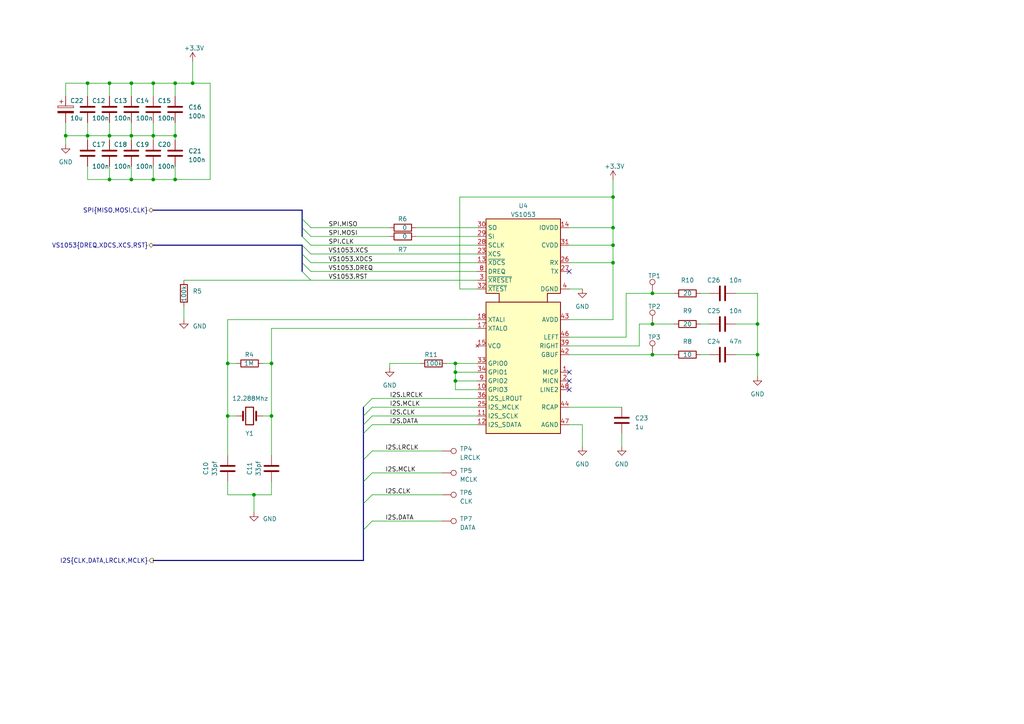
<source format=kicad_sch>
(kicad_sch (version 20230121) (generator eeschema)

  (uuid 5b210b4e-1d8c-4c23-a264-3aeb1853f16d)

  (paper "A4")

  (lib_symbols
    (symbol "Connector:TestPoint" (pin_numbers hide) (pin_names (offset 0.762) hide) (in_bom yes) (on_board yes)
      (property "Reference" "TP" (at 0 6.858 0)
        (effects (font (size 1.27 1.27)))
      )
      (property "Value" "TestPoint" (at 0 5.08 0)
        (effects (font (size 1.27 1.27)))
      )
      (property "Footprint" "" (at 5.08 0 0)
        (effects (font (size 1.27 1.27)) hide)
      )
      (property "Datasheet" "~" (at 5.08 0 0)
        (effects (font (size 1.27 1.27)) hide)
      )
      (property "ki_keywords" "test point tp" (at 0 0 0)
        (effects (font (size 1.27 1.27)) hide)
      )
      (property "ki_description" "test point" (at 0 0 0)
        (effects (font (size 1.27 1.27)) hide)
      )
      (property "ki_fp_filters" "Pin* Test*" (at 0 0 0)
        (effects (font (size 1.27 1.27)) hide)
      )
      (symbol "TestPoint_0_1"
        (circle (center 0 3.302) (radius 0.762)
          (stroke (width 0) (type default))
          (fill (type none))
        )
      )
      (symbol "TestPoint_1_1"
        (pin passive line (at 0 0 90) (length 2.54)
          (name "1" (effects (font (size 1.27 1.27))))
          (number "1" (effects (font (size 1.27 1.27))))
        )
      )
    )
    (symbol "Device:C" (pin_numbers hide) (pin_names (offset 0.254)) (in_bom yes) (on_board yes)
      (property "Reference" "C" (at 0.635 2.54 0)
        (effects (font (size 1.27 1.27)) (justify left))
      )
      (property "Value" "C" (at 0.635 -2.54 0)
        (effects (font (size 1.27 1.27)) (justify left))
      )
      (property "Footprint" "" (at 0.9652 -3.81 0)
        (effects (font (size 1.27 1.27)) hide)
      )
      (property "Datasheet" "~" (at 0 0 0)
        (effects (font (size 1.27 1.27)) hide)
      )
      (property "ki_keywords" "cap capacitor" (at 0 0 0)
        (effects (font (size 1.27 1.27)) hide)
      )
      (property "ki_description" "Unpolarized capacitor" (at 0 0 0)
        (effects (font (size 1.27 1.27)) hide)
      )
      (property "ki_fp_filters" "C_*" (at 0 0 0)
        (effects (font (size 1.27 1.27)) hide)
      )
      (symbol "C_0_1"
        (polyline
          (pts
            (xy -2.032 -0.762)
            (xy 2.032 -0.762)
          )
          (stroke (width 0.508) (type default))
          (fill (type none))
        )
        (polyline
          (pts
            (xy -2.032 0.762)
            (xy 2.032 0.762)
          )
          (stroke (width 0.508) (type default))
          (fill (type none))
        )
      )
      (symbol "C_1_1"
        (pin passive line (at 0 3.81 270) (length 2.794)
          (name "~" (effects (font (size 1.27 1.27))))
          (number "1" (effects (font (size 1.27 1.27))))
        )
        (pin passive line (at 0 -3.81 90) (length 2.794)
          (name "~" (effects (font (size 1.27 1.27))))
          (number "2" (effects (font (size 1.27 1.27))))
        )
      )
    )
    (symbol "Device:C_Polarized" (pin_numbers hide) (pin_names (offset 0.254)) (in_bom yes) (on_board yes)
      (property "Reference" "C" (at 0.635 2.54 0)
        (effects (font (size 1.27 1.27)) (justify left))
      )
      (property "Value" "C_Polarized" (at 0.635 -2.54 0)
        (effects (font (size 1.27 1.27)) (justify left))
      )
      (property "Footprint" "" (at 0.9652 -3.81 0)
        (effects (font (size 1.27 1.27)) hide)
      )
      (property "Datasheet" "~" (at 0 0 0)
        (effects (font (size 1.27 1.27)) hide)
      )
      (property "ki_keywords" "cap capacitor" (at 0 0 0)
        (effects (font (size 1.27 1.27)) hide)
      )
      (property "ki_description" "Polarized capacitor" (at 0 0 0)
        (effects (font (size 1.27 1.27)) hide)
      )
      (property "ki_fp_filters" "CP_*" (at 0 0 0)
        (effects (font (size 1.27 1.27)) hide)
      )
      (symbol "C_Polarized_0_1"
        (rectangle (start -2.286 0.508) (end 2.286 1.016)
          (stroke (width 0) (type default))
          (fill (type none))
        )
        (polyline
          (pts
            (xy -1.778 2.286)
            (xy -0.762 2.286)
          )
          (stroke (width 0) (type default))
          (fill (type none))
        )
        (polyline
          (pts
            (xy -1.27 2.794)
            (xy -1.27 1.778)
          )
          (stroke (width 0) (type default))
          (fill (type none))
        )
        (rectangle (start 2.286 -0.508) (end -2.286 -1.016)
          (stroke (width 0) (type default))
          (fill (type outline))
        )
      )
      (symbol "C_Polarized_1_1"
        (pin passive line (at 0 3.81 270) (length 2.794)
          (name "~" (effects (font (size 1.27 1.27))))
          (number "1" (effects (font (size 1.27 1.27))))
        )
        (pin passive line (at 0 -3.81 90) (length 2.794)
          (name "~" (effects (font (size 1.27 1.27))))
          (number "2" (effects (font (size 1.27 1.27))))
        )
      )
    )
    (symbol "Device:Crystal" (pin_numbers hide) (pin_names (offset 1.016) hide) (in_bom yes) (on_board yes)
      (property "Reference" "Y" (at 0 3.81 0)
        (effects (font (size 1.27 1.27)))
      )
      (property "Value" "Crystal" (at 0 -3.81 0)
        (effects (font (size 1.27 1.27)))
      )
      (property "Footprint" "" (at 0 0 0)
        (effects (font (size 1.27 1.27)) hide)
      )
      (property "Datasheet" "~" (at 0 0 0)
        (effects (font (size 1.27 1.27)) hide)
      )
      (property "ki_keywords" "quartz ceramic resonator oscillator" (at 0 0 0)
        (effects (font (size 1.27 1.27)) hide)
      )
      (property "ki_description" "Two pin crystal" (at 0 0 0)
        (effects (font (size 1.27 1.27)) hide)
      )
      (property "ki_fp_filters" "Crystal*" (at 0 0 0)
        (effects (font (size 1.27 1.27)) hide)
      )
      (symbol "Crystal_0_1"
        (rectangle (start -1.143 2.54) (end 1.143 -2.54)
          (stroke (width 0.3048) (type default))
          (fill (type none))
        )
        (polyline
          (pts
            (xy -2.54 0)
            (xy -1.905 0)
          )
          (stroke (width 0) (type default))
          (fill (type none))
        )
        (polyline
          (pts
            (xy -1.905 -1.27)
            (xy -1.905 1.27)
          )
          (stroke (width 0.508) (type default))
          (fill (type none))
        )
        (polyline
          (pts
            (xy 1.905 -1.27)
            (xy 1.905 1.27)
          )
          (stroke (width 0.508) (type default))
          (fill (type none))
        )
        (polyline
          (pts
            (xy 2.54 0)
            (xy 1.905 0)
          )
          (stroke (width 0) (type default))
          (fill (type none))
        )
      )
      (symbol "Crystal_1_1"
        (pin passive line (at -3.81 0 0) (length 1.27)
          (name "1" (effects (font (size 1.27 1.27))))
          (number "1" (effects (font (size 1.27 1.27))))
        )
        (pin passive line (at 3.81 0 180) (length 1.27)
          (name "2" (effects (font (size 1.27 1.27))))
          (number "2" (effects (font (size 1.27 1.27))))
        )
      )
    )
    (symbol "Device:R" (pin_numbers hide) (pin_names (offset 0)) (in_bom yes) (on_board yes)
      (property "Reference" "R" (at 2.032 0 90)
        (effects (font (size 1.27 1.27)))
      )
      (property "Value" "R" (at 0 0 90)
        (effects (font (size 1.27 1.27)))
      )
      (property "Footprint" "" (at -1.778 0 90)
        (effects (font (size 1.27 1.27)) hide)
      )
      (property "Datasheet" "~" (at 0 0 0)
        (effects (font (size 1.27 1.27)) hide)
      )
      (property "ki_keywords" "R res resistor" (at 0 0 0)
        (effects (font (size 1.27 1.27)) hide)
      )
      (property "ki_description" "Resistor" (at 0 0 0)
        (effects (font (size 1.27 1.27)) hide)
      )
      (property "ki_fp_filters" "R_*" (at 0 0 0)
        (effects (font (size 1.27 1.27)) hide)
      )
      (symbol "R_0_1"
        (rectangle (start -1.016 -2.54) (end 1.016 2.54)
          (stroke (width 0.254) (type default))
          (fill (type none))
        )
      )
      (symbol "R_1_1"
        (pin passive line (at 0 3.81 270) (length 1.27)
          (name "~" (effects (font (size 1.27 1.27))))
          (number "1" (effects (font (size 1.27 1.27))))
        )
        (pin passive line (at 0 -3.81 90) (length 1.27)
          (name "~" (effects (font (size 1.27 1.27))))
          (number "2" (effects (font (size 1.27 1.27))))
        )
      )
    )
    (symbol "power:+3.3V" (power) (pin_names (offset 0)) (in_bom yes) (on_board yes)
      (property "Reference" "#PWR" (at 0 -3.81 0)
        (effects (font (size 1.27 1.27)) hide)
      )
      (property "Value" "+3.3V" (at 0 3.556 0)
        (effects (font (size 1.27 1.27)))
      )
      (property "Footprint" "" (at 0 0 0)
        (effects (font (size 1.27 1.27)) hide)
      )
      (property "Datasheet" "" (at 0 0 0)
        (effects (font (size 1.27 1.27)) hide)
      )
      (property "ki_keywords" "global power" (at 0 0 0)
        (effects (font (size 1.27 1.27)) hide)
      )
      (property "ki_description" "Power symbol creates a global label with name \"+3.3V\"" (at 0 0 0)
        (effects (font (size 1.27 1.27)) hide)
      )
      (symbol "+3.3V_0_1"
        (polyline
          (pts
            (xy -0.762 1.27)
            (xy 0 2.54)
          )
          (stroke (width 0) (type default))
          (fill (type none))
        )
        (polyline
          (pts
            (xy 0 0)
            (xy 0 2.54)
          )
          (stroke (width 0) (type default))
          (fill (type none))
        )
        (polyline
          (pts
            (xy 0 2.54)
            (xy 0.762 1.27)
          )
          (stroke (width 0) (type default))
          (fill (type none))
        )
      )
      (symbol "+3.3V_1_1"
        (pin power_in line (at 0 0 90) (length 0) hide
          (name "+3.3V" (effects (font (size 1.27 1.27))))
          (number "1" (effects (font (size 1.27 1.27))))
        )
      )
    )
    (symbol "power:GND" (power) (pin_names (offset 0)) (in_bom yes) (on_board yes)
      (property "Reference" "#PWR" (at 0 -6.35 0)
        (effects (font (size 1.27 1.27)) hide)
      )
      (property "Value" "GND" (at 0 -3.81 0)
        (effects (font (size 1.27 1.27)))
      )
      (property "Footprint" "" (at 0 0 0)
        (effects (font (size 1.27 1.27)) hide)
      )
      (property "Datasheet" "" (at 0 0 0)
        (effects (font (size 1.27 1.27)) hide)
      )
      (property "ki_keywords" "global power" (at 0 0 0)
        (effects (font (size 1.27 1.27)) hide)
      )
      (property "ki_description" "Power symbol creates a global label with name \"GND\" , ground" (at 0 0 0)
        (effects (font (size 1.27 1.27)) hide)
      )
      (symbol "GND_0_1"
        (polyline
          (pts
            (xy 0 0)
            (xy 0 -1.27)
            (xy 1.27 -1.27)
            (xy 0 -2.54)
            (xy -1.27 -1.27)
            (xy 0 -1.27)
          )
          (stroke (width 0) (type default))
          (fill (type none))
        )
      )
      (symbol "GND_1_1"
        (pin power_in line (at 0 0 270) (length 0) hide
          (name "GND" (effects (font (size 1.27 1.27))))
          (number "1" (effects (font (size 1.27 1.27))))
        )
      )
    )
    (symbol "vs1053:VS1053" (in_bom yes) (on_board yes)
      (property "Reference" "U" (at 0 0 0)
        (effects (font (size 1.27 1.27)))
      )
      (property "Value" "VS1053" (at 0 2.54 0)
        (effects (font (size 1.27 1.27)))
      )
      (property "Footprint" "Package_QFP:LQFP-48_7x7mm_P0.5mm" (at 0 -35.56 0)
        (effects (font (size 1.27 1.27)) hide)
      )
      (property "Datasheet" "https://cdn-shop.adafruit.com/datasheets/vs1053.pdf" (at 2.54 -38.1 0)
        (effects (font (size 1.27 1.27)) hide)
      )
      (property "Sim.Enable" "0" (at 0 0 0)
        (effects (font (size 1.27 1.27)) hide)
      )
      (property "ki_keywords" "decoder" (at 0 0 0)
        (effects (font (size 1.27 1.27)) hide)
      )
      (property "ki_description" "MP3/WAV/AAC Decoder" (at 0 0 0)
        (effects (font (size 1.27 1.27)) hide)
      )
      (property "ki_fp_filters" "LQFP-48" (at 0 0 0)
        (effects (font (size 1.27 1.27)) hide)
      )
      (symbol "VS1053_0_0"
        (pin input line (at 13.97 -15.24 180) (length 2.54)
          (name "MICP" (effects (font (size 1.27 1.27))))
          (number "1" (effects (font (size 1.27 1.27))))
          (alternate "LINE1" input line)
        )
        (pin bidirectional line (at -12.7 -20.32 0) (length 2.54)
          (name "GPIO3" (effects (font (size 1.27 1.27))))
          (number "10" (effects (font (size 1.27 1.27))))
          (alternate "SDATA" input line)
        )
        (pin bidirectional line (at -12.7 -27.94 0) (length 2.54)
          (name "GPIO6" (effects (font (size 1.27 1.27))))
          (number "11" (effects (font (size 1.27 1.27))))
          (alternate "I2S_SCLK" output line)
        )
        (pin bidirectional line (at -12.7 -30.48 0) (length 2.54)
          (name "GPIO7" (effects (font (size 1.27 1.27))))
          (number "12" (effects (font (size 1.27 1.27))))
          (alternate "I2S_SDATA" output line)
        )
        (pin input line (at -12.7 16.51 0) (length 2.54)
          (name "~{XDCS}" (effects (font (size 1.27 1.27))))
          (number "13" (effects (font (size 1.27 1.27))))
          (alternate "BSYNC" input line)
        )
        (pin power_in line (at 13.97 26.67 180) (length 2.54)
          (name "IOVDD" (effects (font (size 1.27 1.27))))
          (number "14" (effects (font (size 1.27 1.27))))
        )
        (pin no_connect line (at -12.7 -7.62 0) (length 2.54)
          (name "VCO" (effects (font (size 1.27 1.27))))
          (number "15" (effects (font (size 1.27 1.27))))
        )
        (pin power_in line (at 13.97 8.89 180) (length 2.54) hide
          (name "DGND" (effects (font (size 1.27 1.27))))
          (number "16" (effects (font (size 1.27 1.27))))
        )
        (pin output line (at -12.7 -2.54 0) (length 2.54)
          (name "XTALO" (effects (font (size 1.27 1.27))))
          (number "17" (effects (font (size 1.27 1.27))))
        )
        (pin input line (at -12.7 0 0) (length 2.54)
          (name "XTALI" (effects (font (size 1.27 1.27))))
          (number "18" (effects (font (size 1.27 1.27))))
        )
        (pin power_in line (at 13.97 26.67 180) (length 2.54) hide
          (name "IOVDD" (effects (font (size 1.27 1.27))))
          (number "19" (effects (font (size 1.27 1.27))))
        )
        (pin input line (at 13.97 -17.78 180) (length 2.54)
          (name "MICN" (effects (font (size 1.27 1.27))))
          (number "2" (effects (font (size 1.27 1.27))))
        )
        (pin power_in line (at 13.97 8.89 180) (length 2.54) hide
          (name "DGND" (effects (font (size 1.27 1.27))))
          (number "20" (effects (font (size 1.27 1.27))))
        )
        (pin power_in line (at 13.97 8.89 180) (length 2.54) hide
          (name "DGND" (effects (font (size 1.27 1.27))))
          (number "21" (effects (font (size 1.27 1.27))))
        )
        (pin power_in line (at 13.97 8.89 180) (length 2.54) hide
          (name "DGND" (effects (font (size 1.27 1.27))))
          (number "22" (effects (font (size 1.27 1.27))))
        )
        (pin input line (at -12.7 19.05 0) (length 2.54)
          (name "XCS" (effects (font (size 1.27 1.27))))
          (number "23" (effects (font (size 1.27 1.27))))
        )
        (pin power_in line (at 13.97 21.59 180) (length 2.54) hide
          (name "CVDD" (effects (font (size 1.27 1.27))))
          (number "24" (effects (font (size 1.27 1.27))))
        )
        (pin bidirectional line (at -12.7 -25.4 0) (length 2.54)
          (name "GPIO5" (effects (font (size 1.27 1.27))))
          (number "25" (effects (font (size 1.27 1.27))))
          (alternate "I2S_MCLK" output line)
        )
        (pin input line (at 13.97 16.51 180) (length 2.54)
          (name "RX" (effects (font (size 1.27 1.27))))
          (number "26" (effects (font (size 1.27 1.27))))
        )
        (pin output line (at 13.97 13.97 180) (length 2.54)
          (name "TX" (effects (font (size 1.27 1.27))))
          (number "27" (effects (font (size 1.27 1.27))))
        )
        (pin input line (at -12.7 21.59 0) (length 2.54)
          (name "SCLK" (effects (font (size 1.27 1.27))))
          (number "28" (effects (font (size 1.27 1.27))))
        )
        (pin input line (at -12.7 24.13 0) (length 2.54)
          (name "SI" (effects (font (size 1.27 1.27))))
          (number "29" (effects (font (size 1.27 1.27))))
        )
        (pin input line (at -12.7 11.43 0) (length 2.54)
          (name "~{XRESET}" (effects (font (size 1.27 1.27))))
          (number "3" (effects (font (size 1.27 1.27))))
        )
        (pin output line (at -12.7 26.67 0) (length 2.54)
          (name "SO" (effects (font (size 1.27 1.27))))
          (number "30" (effects (font (size 1.27 1.27))))
        )
        (pin power_in line (at 13.97 21.59 180) (length 2.54)
          (name "CVDD" (effects (font (size 1.27 1.27))))
          (number "31" (effects (font (size 1.27 1.27))))
        )
        (pin input line (at -12.7 8.89 0) (length 2.54)
          (name "~{XTEST}" (effects (font (size 1.27 1.27))))
          (number "32" (effects (font (size 1.27 1.27))))
        )
        (pin bidirectional line (at -12.7 -12.7 0) (length 2.54)
          (name "GPIO0" (effects (font (size 1.27 1.27))))
          (number "33" (effects (font (size 1.27 1.27))))
        )
        (pin bidirectional line (at -12.7 -15.24 0) (length 2.54)
          (name "GPIO1" (effects (font (size 1.27 1.27))))
          (number "34" (effects (font (size 1.27 1.27))))
        )
        (pin power_in line (at 13.97 8.89 180) (length 2.54) hide
          (name "DGND" (effects (font (size 1.27 1.27))))
          (number "35" (effects (font (size 1.27 1.27))))
        )
        (pin bidirectional line (at -12.7 -22.86 0) (length 2.54)
          (name "GPIO4" (effects (font (size 1.27 1.27))))
          (number "36" (effects (font (size 1.27 1.27))))
          (alternate "I2S_LROUT" output line)
        )
        (pin power_in line (at 13.97 -30.48 180) (length 2.54) hide
          (name "AGND" (effects (font (size 1.27 1.27))))
          (number "37" (effects (font (size 1.27 1.27))))
        )
        (pin power_in line (at 13.97 0 180) (length 2.54) hide
          (name "AVDD" (effects (font (size 1.27 1.27))))
          (number "38" (effects (font (size 1.27 1.27))))
        )
        (pin output line (at 13.97 -7.62 180) (length 2.54)
          (name "RIGHT" (effects (font (size 1.27 1.27))))
          (number "39" (effects (font (size 1.27 1.27))))
        )
        (pin power_in line (at 13.97 8.89 180) (length 2.54)
          (name "DGND" (effects (font (size 1.27 1.27))))
          (number "4" (effects (font (size 1.27 1.27))))
        )
        (pin power_in line (at 13.97 -30.48 180) (length 2.54) hide
          (name "AGND" (effects (font (size 1.27 1.27))))
          (number "40" (effects (font (size 1.27 1.27))))
        )
        (pin power_in line (at 13.97 -30.48 180) (length 2.54) hide
          (name "AGND" (effects (font (size 1.27 1.27))))
          (number "41" (effects (font (size 1.27 1.27))))
        )
        (pin output line (at 13.97 -10.16 180) (length 2.54)
          (name "GBUF" (effects (font (size 1.27 1.27))))
          (number "42" (effects (font (size 1.27 1.27))))
        )
        (pin power_in line (at 13.97 0 180) (length 2.54)
          (name "AVDD" (effects (font (size 1.27 1.27))))
          (number "43" (effects (font (size 1.27 1.27))))
        )
        (pin bidirectional line (at 13.97 -25.4 180) (length 2.54)
          (name "RCAP" (effects (font (size 1.27 1.27))))
          (number "44" (effects (font (size 1.27 1.27))))
        )
        (pin power_in line (at 13.97 0 180) (length 2.54) hide
          (name "AVDD" (effects (font (size 1.27 1.27))))
          (number "45" (effects (font (size 1.27 1.27))))
        )
        (pin output line (at 13.97 -5.08 180) (length 2.54)
          (name "LEFT" (effects (font (size 1.27 1.27))))
          (number "46" (effects (font (size 1.27 1.27))))
        )
        (pin power_in line (at 13.97 -30.48 180) (length 2.54)
          (name "AGND" (effects (font (size 1.27 1.27))))
          (number "47" (effects (font (size 1.27 1.27))))
        )
        (pin input line (at 13.97 -20.32 180) (length 2.54)
          (name "LINE2" (effects (font (size 1.27 1.27))))
          (number "48" (effects (font (size 1.27 1.27))))
        )
        (pin power_in line (at 13.97 21.59 180) (length 2.54) hide
          (name "CVDD" (effects (font (size 1.27 1.27))))
          (number "5" (effects (font (size 1.27 1.27))))
        )
        (pin power_in line (at 13.97 26.67 180) (length 2.54) hide
          (name "IOVDD" (effects (font (size 1.27 1.27))))
          (number "6" (effects (font (size 1.27 1.27))))
        )
        (pin power_in line (at 13.97 21.59 180) (length 2.54) hide
          (name "CVDD" (effects (font (size 1.27 1.27))))
          (number "7" (effects (font (size 1.27 1.27))))
        )
        (pin output line (at -12.7 13.97 0) (length 2.54)
          (name "DREQ" (effects (font (size 1.27 1.27))))
          (number "8" (effects (font (size 1.27 1.27))))
        )
        (pin bidirectional line (at -12.7 -17.78 0) (length 2.54)
          (name "GPIO2" (effects (font (size 1.27 1.27))))
          (number "9" (effects (font (size 1.27 1.27))))
          (alternate "DCLK" input line)
        )
      )
      (symbol "VS1053_0_1"
        (rectangle (start -10.16 5.08) (end 11.43 -33.02)
          (stroke (width 0.254) (type default))
          (fill (type background))
        )
        (polyline
          (pts
            (xy -6.35 5.08)
            (xy -6.35 7.62)
            (xy -10.16 7.62)
            (xy -10.16 29.21)
            (xy 11.43 29.21)
            (xy 11.43 7.62)
            (xy 7.62 7.62)
            (xy 7.62 5.08)
          )
          (stroke (width 0.254) (type default))
          (fill (type background))
        )
      )
    )
  )


  (junction (at 78.74 105.41) (diameter 0) (color 0 0 0 0)
    (uuid 05e3709f-76b3-4e8b-b95a-7cf65f65595b)
  )
  (junction (at 219.71 93.98) (diameter 0) (color 0 0 0 0)
    (uuid 0db8928d-04d2-43d2-9cd7-1d9cb9c2accf)
  )
  (junction (at 189.23 93.98) (diameter 0) (color 0 0 0 0)
    (uuid 1e9d1162-d5a9-488a-baf9-482814a05981)
  )
  (junction (at 132.08 110.49) (diameter 0) (color 0 0 0 0)
    (uuid 207cdccd-b6d1-4e7e-9502-f8fd1f3b5918)
  )
  (junction (at 66.04 120.65) (diameter 0) (color 0 0 0 0)
    (uuid 2653f5a7-7c88-4c63-b63a-2abf869faef9)
  )
  (junction (at 31.75 39.37) (diameter 0) (color 0 0 0 0)
    (uuid 35585b48-8884-4af4-9d6a-cfbd9c09a7ed)
  )
  (junction (at 78.74 120.65) (diameter 0) (color 0 0 0 0)
    (uuid 3792b146-6091-46cf-a78c-df9fd91c17e5)
  )
  (junction (at 38.1 39.37) (diameter 0) (color 0 0 0 0)
    (uuid 38b54005-cf14-4eb8-8075-79551799c211)
  )
  (junction (at 177.8 76.2) (diameter 0) (color 0 0 0 0)
    (uuid 4690d614-d73e-42e7-8044-221df4c5c046)
  )
  (junction (at 55.88 24.13) (diameter 0) (color 0 0 0 0)
    (uuid 567f4856-c33c-4368-95ec-5ccab1ff4027)
  )
  (junction (at 50.8 39.37) (diameter 0) (color 0 0 0 0)
    (uuid 579fef90-958d-4d3e-a776-77c6f9938513)
  )
  (junction (at 38.1 24.13) (diameter 0) (color 0 0 0 0)
    (uuid 5b754ded-05a5-42d8-9e66-b0c637526a05)
  )
  (junction (at 50.8 52.07) (diameter 0) (color 0 0 0 0)
    (uuid 768279b4-aaba-4cc8-ba0c-32357dfafc22)
  )
  (junction (at 177.8 71.12) (diameter 0) (color 0 0 0 0)
    (uuid 7d7c8a8a-67c8-481b-9508-be59a7b1e2f8)
  )
  (junction (at 73.66 143.51) (diameter 0) (color 0 0 0 0)
    (uuid 8bd190fc-28fa-47c2-b2cd-03ede725b7d6)
  )
  (junction (at 66.04 105.41) (diameter 0) (color 0 0 0 0)
    (uuid 94db5951-d039-4e4c-a682-746838f5d263)
  )
  (junction (at 25.4 39.37) (diameter 0) (color 0 0 0 0)
    (uuid 99bbfba2-8c76-445f-b4f5-f3d2cd598cb5)
  )
  (junction (at 219.71 102.87) (diameter 0) (color 0 0 0 0)
    (uuid a6bfb166-2b41-4e35-aa9e-86ff185601ff)
  )
  (junction (at 25.4 24.13) (diameter 0) (color 0 0 0 0)
    (uuid b0eb4862-e2b1-437a-8bbe-fdc6b8e7e173)
  )
  (junction (at 31.75 24.13) (diameter 0) (color 0 0 0 0)
    (uuid bad090f5-db69-43e6-aaba-de0ef32da4ba)
  )
  (junction (at 38.1 52.07) (diameter 0) (color 0 0 0 0)
    (uuid bad63ec0-6a57-4f73-99f9-c8a21235572c)
  )
  (junction (at 19.05 39.37) (diameter 0) (color 0 0 0 0)
    (uuid c0c5e8e4-708f-424c-a935-887c1f267b64)
  )
  (junction (at 132.08 105.41) (diameter 0) (color 0 0 0 0)
    (uuid c71f404f-8417-4d1c-8de1-265567d9c00c)
  )
  (junction (at 177.8 66.04) (diameter 0) (color 0 0 0 0)
    (uuid caf8ddd3-07fb-4652-92b3-102a1a353251)
  )
  (junction (at 189.23 85.09) (diameter 0) (color 0 0 0 0)
    (uuid ceea01e3-ffc8-41f3-b375-104c611e9a60)
  )
  (junction (at 177.8 57.15) (diameter 0) (color 0 0 0 0)
    (uuid d170389b-2323-4158-bef2-b86ad24c2513)
  )
  (junction (at 31.75 52.07) (diameter 0) (color 0 0 0 0)
    (uuid d308da47-2b38-466d-87c1-52a6370dfb1c)
  )
  (junction (at 189.23 102.87) (diameter 0) (color 0 0 0 0)
    (uuid e1c35036-ca5a-42ba-a9bc-4379d83f8416)
  )
  (junction (at 132.08 107.95) (diameter 0) (color 0 0 0 0)
    (uuid e7035c18-aa9c-4bcb-af03-90108113d8ac)
  )
  (junction (at 50.8 24.13) (diameter 0) (color 0 0 0 0)
    (uuid eb46ce6e-dbac-48c9-bd97-6a7596893485)
  )
  (junction (at 44.45 39.37) (diameter 0) (color 0 0 0 0)
    (uuid f0b88fce-19e3-4d61-83da-0174efddbba3)
  )
  (junction (at 44.45 52.07) (diameter 0) (color 0 0 0 0)
    (uuid f84f78dc-af91-42e8-9b40-e322ac78ba1c)
  )
  (junction (at 44.45 24.13) (diameter 0) (color 0 0 0 0)
    (uuid fda7badc-3c86-451a-8f00-3ddfc8cf5ffc)
  )

  (no_connect (at 165.1 110.49) (uuid 3865900e-19ef-4785-a460-2451400fcc76))
  (no_connect (at 165.1 78.74) (uuid 3c45ac99-8272-4c0c-8d90-f9221dfd1f01))
  (no_connect (at 165.1 107.95) (uuid 9c0a646b-935a-4f76-ba5b-0670a0e8bb26))
  (no_connect (at 165.1 113.03) (uuid b6cad3ab-2e67-448f-a448-0c8c0225a35a))

  (bus_entry (at 105.41 153.67) (size 2.54 -2.54)
    (stroke (width 0) (type default))
    (uuid 18cd22b7-fbdd-4a59-86e5-6679ffa56f1f)
  )
  (bus_entry (at 105.41 118.11) (size 2.54 -2.54)
    (stroke (width 0) (type default))
    (uuid 3c1e2914-0aaa-4520-b13b-cc55291977c5)
  )
  (bus_entry (at 105.41 139.7) (size 2.54 -2.54)
    (stroke (width 0) (type default))
    (uuid 44df4e65-14ed-428f-bb40-40c26d1e7e92)
  )
  (bus_entry (at 105.41 120.65) (size 2.54 -2.54)
    (stroke (width 0) (type default))
    (uuid 686e7640-3a23-44c7-9059-776c5c11daaf)
  )
  (bus_entry (at 87.63 78.74) (size 2.54 2.54)
    (stroke (width 0) (type default))
    (uuid 6dcbff03-319b-4e85-b7c8-22c9985b53d0)
  )
  (bus_entry (at 87.63 73.66) (size 2.54 2.54)
    (stroke (width 0) (type default))
    (uuid 81a2fea9-fa42-440d-adc0-2062108c2de2)
  )
  (bus_entry (at 87.63 71.12) (size 2.54 2.54)
    (stroke (width 0) (type default))
    (uuid 861055e7-b88c-49bd-8814-06e72f1088a6)
  )
  (bus_entry (at 105.41 133.35) (size 2.54 -2.54)
    (stroke (width 0) (type default))
    (uuid 99a85f64-e75b-4526-a1e3-72764c08e3ba)
  )
  (bus_entry (at 105.41 125.73) (size 2.54 -2.54)
    (stroke (width 0) (type default))
    (uuid 9af0105c-0923-46d4-9519-8091acc368cb)
  )
  (bus_entry (at 105.41 146.05) (size 2.54 -2.54)
    (stroke (width 0) (type default))
    (uuid a41bd0af-d551-4783-8f37-1d7b994091d1)
  )
  (bus_entry (at 87.63 66.04) (size 2.54 2.54)
    (stroke (width 0) (type default))
    (uuid a579e6ea-42df-476e-ade3-f50b421cb6c5)
  )
  (bus_entry (at 87.63 68.58) (size 2.54 2.54)
    (stroke (width 0) (type default))
    (uuid c72c500d-1044-4cd3-ae13-4cd5cf9bbc38)
  )
  (bus_entry (at 87.63 76.2) (size 2.54 2.54)
    (stroke (width 0) (type default))
    (uuid cee5c4ed-7a21-4be0-be0c-afefe2798215)
  )
  (bus_entry (at 87.63 63.5) (size 2.54 2.54)
    (stroke (width 0) (type default))
    (uuid d449a805-921f-4283-a6ae-face9ea3ee31)
  )
  (bus_entry (at 105.41 123.19) (size 2.54 -2.54)
    (stroke (width 0) (type default))
    (uuid db66ad3e-40fe-4cab-908e-b01e6a30a452)
  )

  (wire (pts (xy 165.1 102.87) (xy 189.23 102.87))
    (stroke (width 0) (type default))
    (uuid 00697091-338a-47c5-801e-6716a5548a00)
  )
  (wire (pts (xy 132.08 105.41) (xy 138.43 105.41))
    (stroke (width 0) (type default))
    (uuid 00ef007d-8b8b-4645-a152-36f9d9902ded)
  )
  (wire (pts (xy 177.8 71.12) (xy 177.8 66.04))
    (stroke (width 0) (type default))
    (uuid 0af5f42c-c13e-4b5a-8bb1-b0d1900e4c26)
  )
  (wire (pts (xy 107.95 115.57) (xy 138.43 115.57))
    (stroke (width 0) (type default))
    (uuid 0be04be9-5c18-4bd7-b4d6-0e167b531341)
  )
  (wire (pts (xy 165.1 71.12) (xy 177.8 71.12))
    (stroke (width 0) (type default))
    (uuid 11ab3c31-5ca8-493c-81e3-252b54105eff)
  )
  (bus (pts (xy 44.45 162.56) (xy 105.41 162.56))
    (stroke (width 0) (type default))
    (uuid 125890c1-f7b2-48a6-ab6b-feff5e971c46)
  )

  (wire (pts (xy 38.1 48.26) (xy 38.1 52.07))
    (stroke (width 0) (type default))
    (uuid 18400f85-5d24-4a9b-858a-06b5d4567d3b)
  )
  (wire (pts (xy 203.2 93.98) (xy 205.74 93.98))
    (stroke (width 0) (type default))
    (uuid 1ac8e464-a1a0-41fb-a5b7-523c19875654)
  )
  (wire (pts (xy 120.65 66.04) (xy 138.43 66.04))
    (stroke (width 0) (type default))
    (uuid 1e2a445e-6fbc-4a23-922e-f70b72194d27)
  )
  (wire (pts (xy 219.71 93.98) (xy 219.71 102.87))
    (stroke (width 0) (type default))
    (uuid 1ef1c6d7-1df9-44f2-a3db-72fb3158377c)
  )
  (wire (pts (xy 132.08 113.03) (xy 132.08 110.49))
    (stroke (width 0) (type default))
    (uuid 1fa32a21-4edb-40c0-be8d-cebc8f22dc2b)
  )
  (wire (pts (xy 203.2 85.09) (xy 205.74 85.09))
    (stroke (width 0) (type default))
    (uuid 240b7d28-7d7a-42cd-a5fa-6f364d85c8be)
  )
  (wire (pts (xy 132.08 107.95) (xy 138.43 107.95))
    (stroke (width 0) (type default))
    (uuid 2b660414-a36f-4bed-952a-31979ece7314)
  )
  (wire (pts (xy 177.8 92.71) (xy 177.8 76.2))
    (stroke (width 0) (type default))
    (uuid 2dc43923-c910-412d-b3c9-4cac2f25d028)
  )
  (wire (pts (xy 38.1 35.56) (xy 38.1 39.37))
    (stroke (width 0) (type default))
    (uuid 31176acf-cd2b-4be5-92dc-b5aeb053ed4e)
  )
  (wire (pts (xy 107.95 143.51) (xy 128.27 143.51))
    (stroke (width 0) (type default))
    (uuid 329f95cc-971e-4f90-b9ec-288097d87d22)
  )
  (bus (pts (xy 87.63 66.04) (xy 87.63 68.58))
    (stroke (width 0) (type default))
    (uuid 32df7097-2539-4dd8-9c88-f14dd267635b)
  )

  (wire (pts (xy 66.04 143.51) (xy 73.66 143.51))
    (stroke (width 0) (type default))
    (uuid 3821980e-f0a0-4cf7-a024-89bcf09a37d1)
  )
  (wire (pts (xy 185.42 93.98) (xy 185.42 100.33))
    (stroke (width 0) (type default))
    (uuid 3e8237d0-dc89-4d8d-83b7-e33e800a097f)
  )
  (wire (pts (xy 133.35 57.15) (xy 177.8 57.15))
    (stroke (width 0) (type default))
    (uuid 3f06f142-c6c0-4dcd-a399-5a614e982a24)
  )
  (wire (pts (xy 90.17 81.28) (xy 138.43 81.28))
    (stroke (width 0) (type default))
    (uuid 437e91c5-f268-4416-92d4-784c450bedda)
  )
  (wire (pts (xy 165.1 97.79) (xy 181.61 97.79))
    (stroke (width 0) (type default))
    (uuid 48d13e21-74d3-4d71-9ea6-71c3e35532fc)
  )
  (wire (pts (xy 165.1 76.2) (xy 177.8 76.2))
    (stroke (width 0) (type default))
    (uuid 49a19c28-2953-42f1-b52a-af4121c1494d)
  )
  (wire (pts (xy 185.42 100.33) (xy 165.1 100.33))
    (stroke (width 0) (type default))
    (uuid 49a3e506-c0e3-4247-94e2-2d23044c1f7a)
  )
  (wire (pts (xy 44.45 52.07) (xy 50.8 52.07))
    (stroke (width 0) (type default))
    (uuid 4cfaff50-1c2f-43ee-ab36-ff53609e744b)
  )
  (wire (pts (xy 107.95 151.13) (xy 128.27 151.13))
    (stroke (width 0) (type default))
    (uuid 4ddac4fd-3f21-44f5-a1ce-37187f9f2e9f)
  )
  (wire (pts (xy 44.45 24.13) (xy 50.8 24.13))
    (stroke (width 0) (type default))
    (uuid 506ce5ab-36a0-4254-aad9-7abdc6ac3044)
  )
  (wire (pts (xy 66.04 139.7) (xy 66.04 143.51))
    (stroke (width 0) (type default))
    (uuid 50f5efc7-2922-44f1-9c96-5aa0767896bb)
  )
  (wire (pts (xy 66.04 92.71) (xy 66.04 105.41))
    (stroke (width 0) (type default))
    (uuid 513a1652-1404-42e0-a246-6e15719c6235)
  )
  (wire (pts (xy 50.8 24.13) (xy 50.8 27.94))
    (stroke (width 0) (type default))
    (uuid 522ad215-2b11-4a3f-b035-c973d27bb9fd)
  )
  (wire (pts (xy 44.45 48.26) (xy 44.45 52.07))
    (stroke (width 0) (type default))
    (uuid 53c9884e-7829-4f91-b4e1-14fadd90cabd)
  )
  (wire (pts (xy 19.05 41.91) (xy 19.05 39.37))
    (stroke (width 0) (type default))
    (uuid 548184a0-8a95-4d7f-bf24-880b0bfc11a4)
  )
  (wire (pts (xy 177.8 66.04) (xy 177.8 57.15))
    (stroke (width 0) (type default))
    (uuid 55e3e24f-97d4-413a-978b-7c603844e6aa)
  )
  (wire (pts (xy 38.1 39.37) (xy 44.45 39.37))
    (stroke (width 0) (type default))
    (uuid 57c016a5-1b7b-485c-a564-fd2229de891b)
  )
  (wire (pts (xy 113.03 105.41) (xy 113.03 106.68))
    (stroke (width 0) (type default))
    (uuid 58bd78c5-0221-4765-b229-182caf1c5ce5)
  )
  (wire (pts (xy 19.05 35.56) (xy 19.05 39.37))
    (stroke (width 0) (type default))
    (uuid 59bf6389-06e4-4418-a28f-18393d9c6378)
  )
  (wire (pts (xy 55.88 17.78) (xy 55.88 24.13))
    (stroke (width 0) (type default))
    (uuid 59d94375-d0c8-4019-8711-50d94678f930)
  )
  (wire (pts (xy 90.17 71.12) (xy 138.43 71.12))
    (stroke (width 0) (type default))
    (uuid 5acb1b0f-c873-478c-8ba9-254fa4f72ed0)
  )
  (wire (pts (xy 31.75 24.13) (xy 38.1 24.13))
    (stroke (width 0) (type default))
    (uuid 5ca9f7ff-e1e6-4452-b007-153340cee00b)
  )
  (bus (pts (xy 87.63 76.2) (xy 87.63 73.66))
    (stroke (width 0) (type default))
    (uuid 5e24ec91-208a-4822-856b-9036deed85d7)
  )

  (wire (pts (xy 168.91 123.19) (xy 165.1 123.19))
    (stroke (width 0) (type default))
    (uuid 5e812be9-4a48-419c-bbe6-3ce4da6991eb)
  )
  (wire (pts (xy 168.91 129.54) (xy 168.91 123.19))
    (stroke (width 0) (type default))
    (uuid 5fab19a0-a358-4fcf-b9e6-beb66febb740)
  )
  (wire (pts (xy 25.4 35.56) (xy 25.4 39.37))
    (stroke (width 0) (type default))
    (uuid 6276c257-d778-47e3-af5e-7a084d1dbde0)
  )
  (wire (pts (xy 138.43 83.82) (xy 133.35 83.82))
    (stroke (width 0) (type default))
    (uuid 65a479b9-4426-475d-9b24-cbe667b5b9db)
  )
  (wire (pts (xy 19.05 39.37) (xy 25.4 39.37))
    (stroke (width 0) (type default))
    (uuid 66683a33-68ec-4e72-988e-105a83aaad1e)
  )
  (wire (pts (xy 44.45 39.37) (xy 44.45 40.64))
    (stroke (width 0) (type default))
    (uuid 68f28d3f-08e1-437e-8047-0aa009d4b231)
  )
  (wire (pts (xy 66.04 120.65) (xy 66.04 105.41))
    (stroke (width 0) (type default))
    (uuid 6b124ac4-b613-4bdb-ae3e-43b879fb2eac)
  )
  (wire (pts (xy 19.05 24.13) (xy 25.4 24.13))
    (stroke (width 0) (type default))
    (uuid 74a2d6ea-dc1e-44b7-93ba-2708e95c50a3)
  )
  (bus (pts (xy 105.41 123.19) (xy 105.41 125.73))
    (stroke (width 0) (type default))
    (uuid 75a55672-8645-49ef-9954-02eaf8e12a03)
  )

  (wire (pts (xy 31.75 39.37) (xy 31.75 40.64))
    (stroke (width 0) (type default))
    (uuid 75c81faa-9f95-4996-a309-b9bc05f8861d)
  )
  (wire (pts (xy 19.05 27.94) (xy 19.05 24.13))
    (stroke (width 0) (type default))
    (uuid 766f6ddf-f91a-4ae7-89c7-5135bd8cd361)
  )
  (bus (pts (xy 44.45 71.12) (xy 87.63 71.12))
    (stroke (width 0) (type default))
    (uuid 78f5831e-04e3-44ed-9341-79730e424540)
  )

  (wire (pts (xy 55.88 24.13) (xy 60.96 24.13))
    (stroke (width 0) (type default))
    (uuid 7b0e163e-334f-4106-9697-7d6d34e3db08)
  )
  (wire (pts (xy 25.4 39.37) (xy 31.75 39.37))
    (stroke (width 0) (type default))
    (uuid 7bd23d73-68bc-40f9-a52a-bcb6fbc1fea7)
  )
  (wire (pts (xy 113.03 105.41) (xy 121.92 105.41))
    (stroke (width 0) (type default))
    (uuid 7bffc3ee-0c2d-41b6-9066-7e2a9dfe79c8)
  )
  (wire (pts (xy 107.95 120.65) (xy 138.43 120.65))
    (stroke (width 0) (type default))
    (uuid 7cf21e94-7814-4733-97f5-5b43ec448aea)
  )
  (wire (pts (xy 189.23 102.87) (xy 195.58 102.87))
    (stroke (width 0) (type default))
    (uuid 7cf34713-5f05-4575-813b-a52e82ee6ca2)
  )
  (wire (pts (xy 66.04 132.08) (xy 66.04 120.65))
    (stroke (width 0) (type default))
    (uuid 7e59ae56-783d-40f8-9e4b-e183e12807b5)
  )
  (wire (pts (xy 138.43 113.03) (xy 132.08 113.03))
    (stroke (width 0) (type default))
    (uuid 7efc5fb2-5954-4db6-8846-a4b0f1662a0f)
  )
  (bus (pts (xy 105.41 139.7) (xy 105.41 146.05))
    (stroke (width 0) (type default))
    (uuid 81c82a4a-ae87-480c-af7d-2e692cce625d)
  )
  (bus (pts (xy 105.41 146.05) (xy 105.41 153.67))
    (stroke (width 0) (type default))
    (uuid 82c40120-05af-4d07-a873-1cfb6a673696)
  )

  (wire (pts (xy 38.1 39.37) (xy 38.1 40.64))
    (stroke (width 0) (type default))
    (uuid 8393b549-304c-4a1e-9e8a-ee605df4e13c)
  )
  (wire (pts (xy 165.1 66.04) (xy 177.8 66.04))
    (stroke (width 0) (type default))
    (uuid 8689d297-bedd-4e5f-8c66-b0fb6cafdfe7)
  )
  (wire (pts (xy 203.2 102.87) (xy 205.74 102.87))
    (stroke (width 0) (type default))
    (uuid 86e54942-5d51-4e41-a27c-f5c6480b540a)
  )
  (wire (pts (xy 50.8 52.07) (xy 50.8 48.26))
    (stroke (width 0) (type default))
    (uuid 87e62fd0-b27a-4b90-8b04-2f5c04bd02ae)
  )
  (wire (pts (xy 107.95 130.81) (xy 128.27 130.81))
    (stroke (width 0) (type default))
    (uuid 889a4405-af8d-487f-ae5c-91c1c9232800)
  )
  (wire (pts (xy 219.71 85.09) (xy 219.71 93.98))
    (stroke (width 0) (type default))
    (uuid 8badb62f-e303-4ab3-9b8e-a89afc44d9e2)
  )
  (wire (pts (xy 90.17 76.2) (xy 138.43 76.2))
    (stroke (width 0) (type default))
    (uuid 8c595cf6-f04b-4639-ab5f-6488e72f31e0)
  )
  (wire (pts (xy 25.4 39.37) (xy 25.4 40.64))
    (stroke (width 0) (type default))
    (uuid 8cbc21fb-5c37-4861-9a5b-37d4e2501cec)
  )
  (wire (pts (xy 31.75 24.13) (xy 31.75 27.94))
    (stroke (width 0) (type default))
    (uuid 8e5067dc-94bd-4bde-91e9-5e7218d3287d)
  )
  (wire (pts (xy 132.08 110.49) (xy 138.43 110.49))
    (stroke (width 0) (type default))
    (uuid 9069d4dd-33e3-47fb-a9d6-d3184fef4ec2)
  )
  (wire (pts (xy 120.65 68.58) (xy 138.43 68.58))
    (stroke (width 0) (type default))
    (uuid 90e30319-1e9d-4a7c-a325-e44f1966f861)
  )
  (bus (pts (xy 87.63 63.5) (xy 87.63 66.04))
    (stroke (width 0) (type default))
    (uuid 93267df5-5345-47a2-9631-589662bae073)
  )

  (wire (pts (xy 177.8 57.15) (xy 177.8 52.07))
    (stroke (width 0) (type default))
    (uuid 940ac4f1-d250-4315-b6bf-535996621b73)
  )
  (bus (pts (xy 87.63 78.74) (xy 87.63 76.2))
    (stroke (width 0) (type default))
    (uuid 946ed627-7817-4ba4-b2eb-391837f2d326)
  )

  (wire (pts (xy 38.1 52.07) (xy 44.45 52.07))
    (stroke (width 0) (type default))
    (uuid 963014c0-a0aa-4484-8a16-10f984e53053)
  )
  (wire (pts (xy 38.1 24.13) (xy 44.45 24.13))
    (stroke (width 0) (type default))
    (uuid 96effec4-adc2-4f24-b02e-8c4988fb11fc)
  )
  (wire (pts (xy 66.04 105.41) (xy 68.58 105.41))
    (stroke (width 0) (type default))
    (uuid 9853e0d2-6434-4ee5-b3aa-3bca63694b7f)
  )
  (wire (pts (xy 90.17 78.74) (xy 138.43 78.74))
    (stroke (width 0) (type default))
    (uuid 99a4f3c4-3aed-4ac4-9e8b-207bdf874668)
  )
  (wire (pts (xy 78.74 120.65) (xy 78.74 132.08))
    (stroke (width 0) (type default))
    (uuid 9c2eb856-ffff-43ee-b0f5-841a49d7139c)
  )
  (wire (pts (xy 76.2 120.65) (xy 78.74 120.65))
    (stroke (width 0) (type default))
    (uuid 9d94332e-a63a-4e9e-addf-a77437eb7d0c)
  )
  (wire (pts (xy 107.95 118.11) (xy 138.43 118.11))
    (stroke (width 0) (type default))
    (uuid 9f81cfb7-ab77-4802-9f54-d750367264fb)
  )
  (wire (pts (xy 53.34 81.28) (xy 90.17 81.28))
    (stroke (width 0) (type default))
    (uuid a1309838-b5fb-41bd-9261-f44618b8a9c7)
  )
  (wire (pts (xy 165.1 83.82) (xy 168.91 83.82))
    (stroke (width 0) (type default))
    (uuid a3b53f9e-c20f-4670-86fe-9a7228b0fbcc)
  )
  (wire (pts (xy 132.08 105.41) (xy 129.54 105.41))
    (stroke (width 0) (type default))
    (uuid a3d9d043-bcfa-4e4b-98c8-1c23b32f34f1)
  )
  (wire (pts (xy 189.23 93.98) (xy 195.58 93.98))
    (stroke (width 0) (type default))
    (uuid a5ad5af6-590a-4342-865b-194e39628a25)
  )
  (bus (pts (xy 105.41 133.35) (xy 105.41 139.7))
    (stroke (width 0) (type default))
    (uuid a64462a3-61ef-4273-865e-54f4cb06f1f4)
  )

  (wire (pts (xy 25.4 48.26) (xy 25.4 52.07))
    (stroke (width 0) (type default))
    (uuid a7033245-fc80-4f75-8dfd-9af858758dc4)
  )
  (wire (pts (xy 177.8 76.2) (xy 177.8 71.12))
    (stroke (width 0) (type default))
    (uuid aa6dddec-090f-405e-a114-d2ced2d7a04a)
  )
  (wire (pts (xy 25.4 24.13) (xy 31.75 24.13))
    (stroke (width 0) (type default))
    (uuid aeef03c4-e70e-4b5e-930c-c72f012024a6)
  )
  (wire (pts (xy 90.17 68.58) (xy 113.03 68.58))
    (stroke (width 0) (type default))
    (uuid b0290572-acc7-461b-adc5-986f837a5ab3)
  )
  (wire (pts (xy 219.71 102.87) (xy 219.71 109.22))
    (stroke (width 0) (type default))
    (uuid b20a5742-16e4-42d3-90ab-88fbc5feacd7)
  )
  (wire (pts (xy 44.45 24.13) (xy 44.45 27.94))
    (stroke (width 0) (type default))
    (uuid b2681828-b101-4ade-88f4-7d0b89c031c7)
  )
  (wire (pts (xy 213.36 85.09) (xy 219.71 85.09))
    (stroke (width 0) (type default))
    (uuid b37b2ae2-399d-4790-9ba5-be7bde5d376e)
  )
  (wire (pts (xy 180.34 125.73) (xy 180.34 129.54))
    (stroke (width 0) (type default))
    (uuid b54ee6ed-4013-4c2c-9deb-a6a4b4945c0f)
  )
  (wire (pts (xy 107.95 137.16) (xy 128.27 137.16))
    (stroke (width 0) (type default))
    (uuid b8e83dec-36d0-47a5-b99a-c73e5674a2c0)
  )
  (wire (pts (xy 90.17 66.04) (xy 113.03 66.04))
    (stroke (width 0) (type default))
    (uuid be2d9d05-f8ae-4e5c-8842-26546d680c73)
  )
  (wire (pts (xy 78.74 143.51) (xy 78.74 139.7))
    (stroke (width 0) (type default))
    (uuid c0c41862-a3ce-4fdc-8c2f-a76a56dd220c)
  )
  (wire (pts (xy 165.1 92.71) (xy 177.8 92.71))
    (stroke (width 0) (type default))
    (uuid c55150cf-a8f8-47ff-86e3-5ed2627a601c)
  )
  (wire (pts (xy 90.17 73.66) (xy 138.43 73.66))
    (stroke (width 0) (type default))
    (uuid c56dc687-211a-4ba8-8d19-3659b582eebe)
  )
  (wire (pts (xy 38.1 24.13) (xy 38.1 27.94))
    (stroke (width 0) (type default))
    (uuid c67b89ac-cbeb-44e5-ae86-98e79f2c8c14)
  )
  (wire (pts (xy 25.4 52.07) (xy 31.75 52.07))
    (stroke (width 0) (type default))
    (uuid c960c64a-26e6-4e75-ae08-db9d2b86546d)
  )
  (wire (pts (xy 189.23 85.09) (xy 195.58 85.09))
    (stroke (width 0) (type default))
    (uuid ca453820-c696-4422-a8f5-63afafa2e632)
  )
  (wire (pts (xy 31.75 35.56) (xy 31.75 39.37))
    (stroke (width 0) (type default))
    (uuid cc00a0e2-902f-4df9-a7c5-26a940b22a3d)
  )
  (wire (pts (xy 50.8 39.37) (xy 50.8 40.64))
    (stroke (width 0) (type default))
    (uuid cf89b927-0169-44e1-be2b-1ec2afb13f3d)
  )
  (wire (pts (xy 25.4 27.94) (xy 25.4 24.13))
    (stroke (width 0) (type default))
    (uuid d1358c80-28c7-4a15-b544-0f10b5f06d9e)
  )
  (wire (pts (xy 31.75 52.07) (xy 38.1 52.07))
    (stroke (width 0) (type default))
    (uuid d36bc726-5288-4f39-91f7-b089018c5cfc)
  )
  (wire (pts (xy 132.08 110.49) (xy 132.08 107.95))
    (stroke (width 0) (type default))
    (uuid d4857e89-1dc5-4ffe-8aa4-4b13e0e5150d)
  )
  (wire (pts (xy 78.74 95.25) (xy 138.43 95.25))
    (stroke (width 0) (type default))
    (uuid d60249da-5104-4a95-b49b-322dcb9f7dd0)
  )
  (wire (pts (xy 31.75 48.26) (xy 31.75 52.07))
    (stroke (width 0) (type default))
    (uuid d83524e6-f1f2-49a9-9228-15ec3d63bd8d)
  )
  (wire (pts (xy 44.45 39.37) (xy 50.8 39.37))
    (stroke (width 0) (type default))
    (uuid d8946d25-4edb-48b8-bd57-201bea536f05)
  )
  (wire (pts (xy 73.66 143.51) (xy 78.74 143.51))
    (stroke (width 0) (type default))
    (uuid d9c65470-f7f8-4e83-8b30-2b12efe14405)
  )
  (wire (pts (xy 76.2 105.41) (xy 78.74 105.41))
    (stroke (width 0) (type default))
    (uuid da09d916-d61c-4328-a6bf-c8d72e745d3b)
  )
  (wire (pts (xy 107.95 123.19) (xy 138.43 123.19))
    (stroke (width 0) (type default))
    (uuid da26ac02-0531-4276-a78d-cb35b5457cf8)
  )
  (wire (pts (xy 132.08 107.95) (xy 132.08 105.41))
    (stroke (width 0) (type default))
    (uuid dbdf8fcd-8b17-4ceb-9ef0-a2f86f2c099e)
  )
  (wire (pts (xy 53.34 88.9) (xy 53.34 92.71))
    (stroke (width 0) (type default))
    (uuid de78839b-8433-4d51-832f-96090dca3da9)
  )
  (wire (pts (xy 213.36 93.98) (xy 219.71 93.98))
    (stroke (width 0) (type default))
    (uuid df49f9df-5090-4bd2-949d-4ea4b38e7ed2)
  )
  (bus (pts (xy 44.45 60.96) (xy 87.63 60.96))
    (stroke (width 0) (type default))
    (uuid df9f9f25-208e-4d0d-ae83-772140e68077)
  )

  (wire (pts (xy 66.04 92.71) (xy 138.43 92.71))
    (stroke (width 0) (type default))
    (uuid dfb5097c-120d-4b3e-badf-140336695a80)
  )
  (wire (pts (xy 189.23 93.98) (xy 185.42 93.98))
    (stroke (width 0) (type default))
    (uuid e0633ff4-e7f3-4dbb-b38b-07feee0860a7)
  )
  (wire (pts (xy 78.74 105.41) (xy 78.74 120.65))
    (stroke (width 0) (type default))
    (uuid e1df5728-0d66-4f6d-b8a7-545717e1722d)
  )
  (wire (pts (xy 181.61 97.79) (xy 181.61 85.09))
    (stroke (width 0) (type default))
    (uuid e2b81f21-632f-45b6-8b93-508fd6963651)
  )
  (wire (pts (xy 213.36 102.87) (xy 219.71 102.87))
    (stroke (width 0) (type default))
    (uuid e3df33fd-2969-4d61-82a3-1b471b223dde)
  )
  (wire (pts (xy 66.04 120.65) (xy 68.58 120.65))
    (stroke (width 0) (type default))
    (uuid e472eded-1013-4234-ba32-63977614cfa2)
  )
  (wire (pts (xy 31.75 39.37) (xy 38.1 39.37))
    (stroke (width 0) (type default))
    (uuid e69a0831-a480-4801-ab28-f3a33a20ffe5)
  )
  (wire (pts (xy 73.66 143.51) (xy 73.66 148.59))
    (stroke (width 0) (type default))
    (uuid e9c4cbcb-0f47-440a-8da3-d04e11cb660f)
  )
  (wire (pts (xy 44.45 35.56) (xy 44.45 39.37))
    (stroke (width 0) (type default))
    (uuid ea4f7b13-9a69-4756-abe7-0f7c281ec9c7)
  )
  (bus (pts (xy 87.63 73.66) (xy 87.63 71.12))
    (stroke (width 0) (type default))
    (uuid ed339199-1060-4e5b-91ff-01f0c690274b)
  )

  (wire (pts (xy 50.8 52.07) (xy 60.96 52.07))
    (stroke (width 0) (type default))
    (uuid efc60b17-2ee5-4526-aa9c-e7d82eb174fb)
  )
  (wire (pts (xy 50.8 35.56) (xy 50.8 39.37))
    (stroke (width 0) (type default))
    (uuid f00bf645-80ef-47bb-b789-69fc9ccc1c5a)
  )
  (bus (pts (xy 87.63 63.5) (xy 87.63 60.96))
    (stroke (width 0) (type default))
    (uuid f23cd82d-6800-449c-ba47-35b2c33939d0)
  )

  (wire (pts (xy 133.35 83.82) (xy 133.35 57.15))
    (stroke (width 0) (type default))
    (uuid f3854377-3f85-45ce-99d3-3cabb5cb1483)
  )
  (wire (pts (xy 181.61 85.09) (xy 189.23 85.09))
    (stroke (width 0) (type default))
    (uuid f3a32654-acb0-48db-9fe9-d2a991851a27)
  )
  (wire (pts (xy 50.8 24.13) (xy 55.88 24.13))
    (stroke (width 0) (type default))
    (uuid f43190bd-c5e0-426e-9801-58d0825c3c29)
  )
  (bus (pts (xy 105.41 120.65) (xy 105.41 123.19))
    (stroke (width 0) (type default))
    (uuid f4e9b1d2-2c44-4889-910a-e854a152cc93)
  )
  (bus (pts (xy 105.41 125.73) (xy 105.41 133.35))
    (stroke (width 0) (type default))
    (uuid f53513b3-f0b5-4316-8e9b-673e6bf56fff)
  )

  (wire (pts (xy 78.74 95.25) (xy 78.74 105.41))
    (stroke (width 0) (type default))
    (uuid f6fbfcd8-df23-40ba-a326-430798ad9698)
  )
  (wire (pts (xy 60.96 52.07) (xy 60.96 24.13))
    (stroke (width 0) (type default))
    (uuid f755ce61-a9a2-41d8-beef-f52f39a56fea)
  )
  (bus (pts (xy 105.41 118.11) (xy 105.41 120.65))
    (stroke (width 0) (type default))
    (uuid f8858a6d-465a-49eb-8c58-b78379406dc2)
  )
  (bus (pts (xy 105.41 153.67) (xy 105.41 162.56))
    (stroke (width 0) (type default))
    (uuid f8fc4e0d-9794-4715-85d9-45c0e8ad916f)
  )

  (wire (pts (xy 165.1 118.11) (xy 180.34 118.11))
    (stroke (width 0) (type default))
    (uuid ff32aa8a-c9e3-4cd0-8edc-a0e10b370421)
  )

  (label "VS1053.RST" (at 95.25 81.28 0) (fields_autoplaced)
    (effects (font (size 1.27 1.27)) (justify left bottom))
    (uuid 3e36051d-f0d8-4af3-b222-d6ac0d8c2555)
  )
  (label "SPI.MOSI" (at 95.25 68.58 0) (fields_autoplaced)
    (effects (font (size 1.27 1.27)) (justify left bottom))
    (uuid 5a16e369-014e-4a0d-8505-5a5a81d756c5)
  )
  (label "VS1053.DREQ" (at 95.25 78.74 0) (fields_autoplaced)
    (effects (font (size 1.27 1.27)) (justify left bottom))
    (uuid 6a02cd25-cb78-4ea5-b90a-e91961f5d20b)
  )
  (label "I2S.CLK" (at 113.03 120.65 0) (fields_autoplaced)
    (effects (font (size 1.27 1.27)) (justify left bottom))
    (uuid 6efe4260-425d-40b5-8b41-d5c9813521f8)
  )
  (label "I2S.DATA" (at 113.03 123.19 0) (fields_autoplaced)
    (effects (font (size 1.27 1.27)) (justify left bottom))
    (uuid 7b9c810e-5341-4e87-80ad-629289ed7666)
  )
  (label "VS1053.XDCS" (at 95.25 76.2 0) (fields_autoplaced)
    (effects (font (size 1.27 1.27)) (justify left bottom))
    (uuid 7f61acb9-9429-40c4-8b1e-428cc87e92a5)
  )
  (label "I2S.LRCLK" (at 113.03 115.57 0) (fields_autoplaced)
    (effects (font (size 1.27 1.27)) (justify left bottom))
    (uuid 89e34a88-eac6-4d85-9d2a-2b623bd9c01a)
  )
  (label "I2S.MCLK" (at 111.76 137.16 0) (fields_autoplaced)
    (effects (font (size 1.27 1.27)) (justify left bottom))
    (uuid 9d2d7534-9a91-4458-9bbb-61a724355bfd)
  )
  (label "I2S.LRCLK" (at 111.76 130.81 0) (fields_autoplaced)
    (effects (font (size 1.27 1.27)) (justify left bottom))
    (uuid 9ed3765f-c753-4687-8a6d-894e923b673a)
  )
  (label "I2S.DATA" (at 111.76 151.13 0) (fields_autoplaced)
    (effects (font (size 1.27 1.27)) (justify left bottom))
    (uuid b9244d00-bb5f-4835-becc-d9ecfc6bf947)
  )
  (label "I2S.MCLK" (at 113.03 118.11 0) (fields_autoplaced)
    (effects (font (size 1.27 1.27)) (justify left bottom))
    (uuid baff38bc-b04b-4d32-9acd-7bf70ac99b84)
  )
  (label "SPI.CLK" (at 95.25 71.12 0) (fields_autoplaced)
    (effects (font (size 1.27 1.27)) (justify left bottom))
    (uuid bc5d5407-b2b2-481d-9823-74f553fec65e)
  )
  (label "SPI.MISO" (at 95.25 66.04 0) (fields_autoplaced)
    (effects (font (size 1.27 1.27)) (justify left bottom))
    (uuid d2266dfb-f30c-466d-9aed-984615b3c585)
  )
  (label "VS1053.XCS" (at 95.25 73.66 0) (fields_autoplaced)
    (effects (font (size 1.27 1.27)) (justify left bottom))
    (uuid e6a63744-6464-4dec-94b1-566f079fc681)
  )
  (label "I2S.CLK" (at 111.76 143.51 0) (fields_autoplaced)
    (effects (font (size 1.27 1.27)) (justify left bottom))
    (uuid e9c0126a-8cba-4f3b-885f-131c631deb64)
  )

  (hierarchical_label "SPI{MISO,MOSI,CLK}" (shape bidirectional) (at 44.45 60.96 180) (fields_autoplaced)
    (effects (font (size 1.27 1.27)) (justify right))
    (uuid 0aad7f9f-070b-4003-b2c1-a7193d074ecd)
  )
  (hierarchical_label "I2S{CLK,DATA,LRCLK,MCLK}" (shape output) (at 44.45 162.56 180) (fields_autoplaced)
    (effects (font (size 1.27 1.27)) (justify right))
    (uuid 617b2579-5a1e-4ec4-bda8-e9bd88c141c8)
  )
  (hierarchical_label "VS1053{DREQ,XDCS,XCS,RST}" (shape bidirectional) (at 44.45 71.12 180) (fields_autoplaced)
    (effects (font (size 1.27 1.27)) (justify right))
    (uuid 7cc1f533-5729-4f58-9405-235aa14ce8a1)
  )

  (symbol (lib_id "power:GND") (at 113.03 106.68 0) (unit 1)
    (in_bom yes) (on_board yes) (dnp no) (fields_autoplaced)
    (uuid 00b425e6-7436-4bd2-9746-c02e750f2720)
    (property "Reference" "#PWR012" (at 113.03 113.03 0)
      (effects (font (size 1.27 1.27)) hide)
    )
    (property "Value" "GND" (at 113.03 111.76 0)
      (effects (font (size 1.27 1.27)))
    )
    (property "Footprint" "" (at 113.03 106.68 0)
      (effects (font (size 1.27 1.27)) hide)
    )
    (property "Datasheet" "" (at 113.03 106.68 0)
      (effects (font (size 1.27 1.27)) hide)
    )
    (pin "1" (uuid df993707-d478-4c62-ab24-9d697ac6b55a))
    (instances
      (project "esp_radio"
        (path "/c9e2e0d2-0655-4f5e-8e13-71b41b1f7cfe/925b05c5-5253-4c9a-b090-487f8e9d1815"
          (reference "#PWR012") (unit 1)
        )
        (path "/c9e2e0d2-0655-4f5e-8e13-71b41b1f7cfe/075c031f-b0b0-4bab-abfa-9d47d762eb65"
          (reference "#PWR026") (unit 1)
        )
      )
    )
  )

  (symbol (lib_id "Device:C") (at 31.75 44.45 180) (unit 1)
    (in_bom yes) (on_board yes) (dnp no)
    (uuid 048ff5ee-d921-4838-b2ce-13dea9f0f7de)
    (property "Reference" "C18" (at 33.02 41.91 0)
      (effects (font (size 1.27 1.27)) (justify right))
    )
    (property "Value" "100n" (at 33.02 48.26 0)
      (effects (font (size 1.27 1.27)) (justify right))
    )
    (property "Footprint" "" (at 30.7848 40.64 0)
      (effects (font (size 1.27 1.27)) hide)
    )
    (property "Datasheet" "~" (at 31.75 44.45 0)
      (effects (font (size 1.27 1.27)) hide)
    )
    (pin "1" (uuid 73b80f1c-4154-41e3-9004-91cbda781e40))
    (pin "2" (uuid 611df473-bae7-4bab-a7a9-a386cef02f7b))
    (instances
      (project "esp_radio"
        (path "/c9e2e0d2-0655-4f5e-8e13-71b41b1f7cfe/075c031f-b0b0-4bab-abfa-9d47d762eb65"
          (reference "C18") (unit 1)
        )
      )
    )
  )

  (symbol (lib_id "Connector:TestPoint") (at 128.27 151.13 270) (unit 1)
    (in_bom yes) (on_board yes) (dnp no) (fields_autoplaced)
    (uuid 0645e213-8b34-403c-846e-a6e3ac74ef5f)
    (property "Reference" "TP7" (at 133.35 150.495 90)
      (effects (font (size 1.27 1.27)) (justify left))
    )
    (property "Value" "DATA" (at 133.35 153.035 90)
      (effects (font (size 1.27 1.27)) (justify left))
    )
    (property "Footprint" "" (at 128.27 156.21 0)
      (effects (font (size 1.27 1.27)) hide)
    )
    (property "Datasheet" "~" (at 128.27 156.21 0)
      (effects (font (size 1.27 1.27)) hide)
    )
    (pin "1" (uuid b0759de9-edcc-424c-af00-8a1a81aec0e0))
    (instances
      (project "esp_radio"
        (path "/c9e2e0d2-0655-4f5e-8e13-71b41b1f7cfe/075c031f-b0b0-4bab-abfa-9d47d762eb65"
          (reference "TP7") (unit 1)
        )
      )
    )
  )

  (symbol (lib_id "power:+3.3V") (at 55.88 17.78 0) (unit 1)
    (in_bom yes) (on_board yes) (dnp no)
    (uuid 07aeb931-16ed-4417-9b35-1adb498d8e5a)
    (property "Reference" "#PWR015" (at 55.88 21.59 0)
      (effects (font (size 1.27 1.27)) hide)
    )
    (property "Value" "+3.3V" (at 53.34 13.97 0)
      (effects (font (size 1.27 1.27)) (justify left))
    )
    (property "Footprint" "" (at 55.88 17.78 0)
      (effects (font (size 1.27 1.27)) hide)
    )
    (property "Datasheet" "" (at 55.88 17.78 0)
      (effects (font (size 1.27 1.27)) hide)
    )
    (pin "1" (uuid ff18e4aa-4be4-4f64-aaa6-89db25701461))
    (instances
      (project "esp_radio"
        (path "/c9e2e0d2-0655-4f5e-8e13-71b41b1f7cfe/925b05c5-5253-4c9a-b090-487f8e9d1815"
          (reference "#PWR015") (unit 1)
        )
        (path "/c9e2e0d2-0655-4f5e-8e13-71b41b1f7cfe/075c031f-b0b0-4bab-abfa-9d47d762eb65"
          (reference "#PWR017") (unit 1)
        )
      )
      (project "iot_gateway"
        (path "/d8268e8f-2c84-4fbb-9908-0fb878740295"
          (reference "#PWR04") (unit 1)
        )
      )
    )
  )

  (symbol (lib_id "power:GND") (at 73.66 148.59 0) (unit 1)
    (in_bom yes) (on_board yes) (dnp no) (fields_autoplaced)
    (uuid 07e02d6f-d80e-4ea9-9cd2-2bbc4508da3c)
    (property "Reference" "#PWR012" (at 73.66 154.94 0)
      (effects (font (size 1.27 1.27)) hide)
    )
    (property "Value" "GND" (at 76.2 150.495 0)
      (effects (font (size 1.27 1.27)) (justify left))
    )
    (property "Footprint" "" (at 73.66 148.59 0)
      (effects (font (size 1.27 1.27)) hide)
    )
    (property "Datasheet" "" (at 73.66 148.59 0)
      (effects (font (size 1.27 1.27)) hide)
    )
    (pin "1" (uuid 9d286156-72c8-48a2-9ce4-6bbd8278a1da))
    (instances
      (project "esp_radio"
        (path "/c9e2e0d2-0655-4f5e-8e13-71b41b1f7cfe/925b05c5-5253-4c9a-b090-487f8e9d1815"
          (reference "#PWR012") (unit 1)
        )
        (path "/c9e2e0d2-0655-4f5e-8e13-71b41b1f7cfe/075c031f-b0b0-4bab-abfa-9d47d762eb65"
          (reference "#PWR018") (unit 1)
        )
      )
    )
  )

  (symbol (lib_id "Device:R") (at 199.39 93.98 90) (unit 1)
    (in_bom yes) (on_board yes) (dnp no)
    (uuid 0a867024-5be3-4c32-882d-63d6b8778dc9)
    (property "Reference" "R9" (at 199.39 90.17 90)
      (effects (font (size 1.27 1.27)))
    )
    (property "Value" "20" (at 199.39 93.98 90)
      (effects (font (size 1.27 1.27)))
    )
    (property "Footprint" "" (at 199.39 95.758 90)
      (effects (font (size 1.27 1.27)) hide)
    )
    (property "Datasheet" "~" (at 199.39 93.98 0)
      (effects (font (size 1.27 1.27)) hide)
    )
    (pin "1" (uuid f9d9d36a-003b-4a07-b1c5-375a453d1f3a))
    (pin "2" (uuid 62a00d9d-a8e4-43a3-9c71-4253a94c0c97))
    (instances
      (project "esp_radio"
        (path "/c9e2e0d2-0655-4f5e-8e13-71b41b1f7cfe/075c031f-b0b0-4bab-abfa-9d47d762eb65"
          (reference "R9") (unit 1)
        )
      )
    )
  )

  (symbol (lib_id "power:GND") (at 168.91 129.54 0) (unit 1)
    (in_bom yes) (on_board yes) (dnp no) (fields_autoplaced)
    (uuid 14ebade4-130a-4c42-aa16-3503bc32eb57)
    (property "Reference" "#PWR012" (at 168.91 135.89 0)
      (effects (font (size 1.27 1.27)) hide)
    )
    (property "Value" "GND" (at 168.91 134.62 0)
      (effects (font (size 1.27 1.27)))
    )
    (property "Footprint" "" (at 168.91 129.54 0)
      (effects (font (size 1.27 1.27)) hide)
    )
    (property "Datasheet" "" (at 168.91 129.54 0)
      (effects (font (size 1.27 1.27)) hide)
    )
    (pin "1" (uuid 534454a9-7768-4001-a1ae-1d1992a66fe1))
    (instances
      (project "esp_radio"
        (path "/c9e2e0d2-0655-4f5e-8e13-71b41b1f7cfe/925b05c5-5253-4c9a-b090-487f8e9d1815"
          (reference "#PWR012") (unit 1)
        )
        (path "/c9e2e0d2-0655-4f5e-8e13-71b41b1f7cfe/075c031f-b0b0-4bab-abfa-9d47d762eb65"
          (reference "#PWR020") (unit 1)
        )
      )
    )
  )

  (symbol (lib_id "Device:R") (at 199.39 85.09 90) (unit 1)
    (in_bom yes) (on_board yes) (dnp no)
    (uuid 1a837f5f-ad4d-4115-8c57-8e9d677a4bd9)
    (property "Reference" "R10" (at 199.39 81.28 90)
      (effects (font (size 1.27 1.27)))
    )
    (property "Value" "20" (at 199.39 85.09 90)
      (effects (font (size 1.27 1.27)))
    )
    (property "Footprint" "" (at 199.39 86.868 90)
      (effects (font (size 1.27 1.27)) hide)
    )
    (property "Datasheet" "~" (at 199.39 85.09 0)
      (effects (font (size 1.27 1.27)) hide)
    )
    (pin "1" (uuid 168a8e3d-aa7a-428b-9b7d-06502c544a71))
    (pin "2" (uuid 32b13df8-037c-45cc-a9a7-a4b0757be030))
    (instances
      (project "esp_radio"
        (path "/c9e2e0d2-0655-4f5e-8e13-71b41b1f7cfe/075c031f-b0b0-4bab-abfa-9d47d762eb65"
          (reference "R10") (unit 1)
        )
      )
    )
  )

  (symbol (lib_id "Device:C") (at 66.04 135.89 180) (unit 1)
    (in_bom yes) (on_board yes) (dnp no) (fields_autoplaced)
    (uuid 24bbb0ab-61f0-42fa-8af0-7a7945fff571)
    (property "Reference" "C10" (at 59.69 135.89 90)
      (effects (font (size 1.27 1.27)))
    )
    (property "Value" "33pf" (at 62.23 135.89 90)
      (effects (font (size 1.27 1.27)))
    )
    (property "Footprint" "" (at 65.0748 132.08 0)
      (effects (font (size 1.27 1.27)) hide)
    )
    (property "Datasheet" "~" (at 66.04 135.89 0)
      (effects (font (size 1.27 1.27)) hide)
    )
    (pin "1" (uuid 2d02308e-6057-47a9-a210-b350c8fe745e))
    (pin "2" (uuid 9c4ab04c-7b90-40a8-a110-ce1f2008de13))
    (instances
      (project "esp_radio"
        (path "/c9e2e0d2-0655-4f5e-8e13-71b41b1f7cfe/075c031f-b0b0-4bab-abfa-9d47d762eb65"
          (reference "C10") (unit 1)
        )
      )
    )
  )

  (symbol (lib_id "Device:C") (at 38.1 44.45 180) (unit 1)
    (in_bom yes) (on_board yes) (dnp no)
    (uuid 2fc62e14-5e8d-4259-8af7-dba6b5148852)
    (property "Reference" "C19" (at 39.37 41.91 0)
      (effects (font (size 1.27 1.27)) (justify right))
    )
    (property "Value" "100n" (at 39.37 48.26 0)
      (effects (font (size 1.27 1.27)) (justify right))
    )
    (property "Footprint" "" (at 37.1348 40.64 0)
      (effects (font (size 1.27 1.27)) hide)
    )
    (property "Datasheet" "~" (at 38.1 44.45 0)
      (effects (font (size 1.27 1.27)) hide)
    )
    (pin "1" (uuid 89044f6a-5de9-4405-9d98-3db4c3fe85ef))
    (pin "2" (uuid 29e263e5-8a4b-4dcc-bd3f-42caf7a50cd8))
    (instances
      (project "esp_radio"
        (path "/c9e2e0d2-0655-4f5e-8e13-71b41b1f7cfe/075c031f-b0b0-4bab-abfa-9d47d762eb65"
          (reference "C19") (unit 1)
        )
      )
    )
  )

  (symbol (lib_id "Device:R") (at 199.39 102.87 90) (unit 1)
    (in_bom yes) (on_board yes) (dnp no)
    (uuid 383539ee-1e66-432e-ad35-e0e112676117)
    (property "Reference" "R8" (at 199.39 99.06 90)
      (effects (font (size 1.27 1.27)))
    )
    (property "Value" "10" (at 199.39 102.87 90)
      (effects (font (size 1.27 1.27)))
    )
    (property "Footprint" "" (at 199.39 104.648 90)
      (effects (font (size 1.27 1.27)) hide)
    )
    (property "Datasheet" "~" (at 199.39 102.87 0)
      (effects (font (size 1.27 1.27)) hide)
    )
    (pin "1" (uuid 8b50e89d-75ca-4f5c-93f4-35975bbd4571))
    (pin "2" (uuid 5941b5f4-e9bd-4f25-ba2f-1853659d85bd))
    (instances
      (project "esp_radio"
        (path "/c9e2e0d2-0655-4f5e-8e13-71b41b1f7cfe/075c031f-b0b0-4bab-abfa-9d47d762eb65"
          (reference "R8") (unit 1)
        )
      )
    )
  )

  (symbol (lib_id "Device:C") (at 44.45 44.45 180) (unit 1)
    (in_bom yes) (on_board yes) (dnp no)
    (uuid 3f9cda05-3624-4056-8941-5c725c49fcdb)
    (property "Reference" "C20" (at 45.72 41.91 0)
      (effects (font (size 1.27 1.27)) (justify right))
    )
    (property "Value" "100n" (at 45.72 48.26 0)
      (effects (font (size 1.27 1.27)) (justify right))
    )
    (property "Footprint" "" (at 43.4848 40.64 0)
      (effects (font (size 1.27 1.27)) hide)
    )
    (property "Datasheet" "~" (at 44.45 44.45 0)
      (effects (font (size 1.27 1.27)) hide)
    )
    (pin "1" (uuid 07f79728-90f5-4e0a-a71c-5b7e5352f885))
    (pin "2" (uuid 99a8f781-f2ea-4bda-9ee0-79c9d78cdd67))
    (instances
      (project "esp_radio"
        (path "/c9e2e0d2-0655-4f5e-8e13-71b41b1f7cfe/075c031f-b0b0-4bab-abfa-9d47d762eb65"
          (reference "C20") (unit 1)
        )
      )
    )
  )

  (symbol (lib_id "Device:C") (at 25.4 31.75 180) (unit 1)
    (in_bom yes) (on_board yes) (dnp no)
    (uuid 44c80a12-158c-480e-9f69-0e2425762141)
    (property "Reference" "C12" (at 26.67 29.21 0)
      (effects (font (size 1.27 1.27)) (justify right))
    )
    (property "Value" "100n" (at 26.67 34.29 0)
      (effects (font (size 1.27 1.27)) (justify right))
    )
    (property "Footprint" "" (at 24.4348 27.94 0)
      (effects (font (size 1.27 1.27)) hide)
    )
    (property "Datasheet" "~" (at 25.4 31.75 0)
      (effects (font (size 1.27 1.27)) hide)
    )
    (pin "1" (uuid 41ac7e82-dc0b-4441-a09f-a74e5559267f))
    (pin "2" (uuid d908c2fc-06f4-43d8-8494-5fdfbd5cf686))
    (instances
      (project "esp_radio"
        (path "/c9e2e0d2-0655-4f5e-8e13-71b41b1f7cfe/075c031f-b0b0-4bab-abfa-9d47d762eb65"
          (reference "C12") (unit 1)
        )
      )
    )
  )

  (symbol (lib_id "Device:C") (at 31.75 31.75 180) (unit 1)
    (in_bom yes) (on_board yes) (dnp no)
    (uuid 46ba9984-0337-4730-9b2b-d7435afe82ad)
    (property "Reference" "C13" (at 33.02 29.21 0)
      (effects (font (size 1.27 1.27)) (justify right))
    )
    (property "Value" "100n" (at 33.02 34.29 0)
      (effects (font (size 1.27 1.27)) (justify right))
    )
    (property "Footprint" "" (at 30.7848 27.94 0)
      (effects (font (size 1.27 1.27)) hide)
    )
    (property "Datasheet" "~" (at 31.75 31.75 0)
      (effects (font (size 1.27 1.27)) hide)
    )
    (pin "1" (uuid b57c693d-6f2e-45e9-a8e7-65f9e27d2bfb))
    (pin "2" (uuid f7aaee72-1b1b-4e79-bcd0-426b5855db44))
    (instances
      (project "esp_radio"
        (path "/c9e2e0d2-0655-4f5e-8e13-71b41b1f7cfe/075c031f-b0b0-4bab-abfa-9d47d762eb65"
          (reference "C13") (unit 1)
        )
      )
    )
  )

  (symbol (lib_id "vs1053:VS1053") (at 151.13 92.71 0) (unit 1)
    (in_bom yes) (on_board yes) (dnp no) (fields_autoplaced)
    (uuid 4d5cfb7d-ef19-4cc0-8ac5-ee1737778344)
    (property "Reference" "U4" (at 151.765 59.69 0)
      (effects (font (size 1.27 1.27)))
    )
    (property "Value" "VS1053" (at 151.765 62.23 0)
      (effects (font (size 1.27 1.27)))
    )
    (property "Footprint" "Package_QFP:LQFP-48_7x7mm_P0.5mm" (at 151.13 128.27 0)
      (effects (font (size 1.27 1.27)) hide)
    )
    (property "Datasheet" "https://cdn-shop.adafruit.com/datasheets/vs1053.pdf" (at 153.67 130.81 0)
      (effects (font (size 1.27 1.27)) hide)
    )
    (property "Sim.Enable" "0" (at 151.13 92.71 0)
      (effects (font (size 1.27 1.27)) hide)
    )
    (pin "1" (uuid 082978a3-6893-4995-9318-4352999f1fb6))
    (pin "10" (uuid 61c59fa5-81ee-4769-9f1f-17b7c8a79bde))
    (pin "11" (uuid 9ce9c9bb-f3d7-4a41-9e08-d7c9e8fd743d) (alternate "I2S_SCLK"))
    (pin "12" (uuid a89b1ee3-38b9-43ac-9267-337789829f25) (alternate "I2S_SDATA"))
    (pin "13" (uuid c05c90de-6311-4908-8a13-240568417f61))
    (pin "14" (uuid ee179b68-a943-42bd-b07a-af493a53e339))
    (pin "15" (uuid ecef4fd6-25ed-434c-834a-0c48214289aa))
    (pin "16" (uuid b2cefde4-94cb-444d-8d63-517b44a0a1b9))
    (pin "17" (uuid f2171a1d-4520-47a6-8fde-de9551a79f6d))
    (pin "18" (uuid f90b52f7-c13f-4934-bdbb-34435fddd03f))
    (pin "19" (uuid 4c964710-532d-4b97-8260-64ab7ae0bd34))
    (pin "2" (uuid b8e641d4-3102-40a3-bfeb-370033ccfc05))
    (pin "20" (uuid a43541db-c6f3-440c-af12-ad19fd6d911d))
    (pin "21" (uuid 0a535257-83dc-4511-9aec-8c9211b389ec))
    (pin "22" (uuid 3e0eb512-ce74-4cc8-98a5-c30df78db633))
    (pin "23" (uuid 798cbef4-2eae-46db-9f31-aef4b46aad0d))
    (pin "24" (uuid eb63b0e1-9fc1-4bce-bb9a-f37ff46f56d6))
    (pin "25" (uuid 463fe673-cd42-4248-ab21-4e5ee654928b) (alternate "I2S_MCLK"))
    (pin "26" (uuid daf25767-9b36-46ba-89c0-5155708ae218))
    (pin "27" (uuid 2bcbc16c-2785-4961-8d46-cf06cad0ca0c))
    (pin "28" (uuid 99a41fcd-e7d0-4e19-89da-bebfd40fd33c))
    (pin "29" (uuid 77298f3f-1d23-4a9f-a096-c94215632c21))
    (pin "3" (uuid 10fff9f8-676d-416a-a768-6cebef11790f))
    (pin "30" (uuid 13744635-1582-415c-a929-04634b0ff59b))
    (pin "31" (uuid b58e4019-0c23-4a11-a8a6-5ebf8d31fc16))
    (pin "32" (uuid 86fd7795-0245-4850-92b6-1bca2b944a8b))
    (pin "33" (uuid 2a0ce18e-2683-4708-a6a6-5b0228d1d729))
    (pin "34" (uuid 6e6f3884-995c-4e7d-8684-820fa4d17bbe))
    (pin "35" (uuid ee9586c5-6b71-4e20-9947-7aced5d17546))
    (pin "36" (uuid 77b89c03-9245-446e-9f93-5802199be346) (alternate "I2S_LROUT"))
    (pin "37" (uuid 062bfb89-e454-4f12-b922-446eaf9d85d1))
    (pin "38" (uuid e8c2d492-a3f3-400c-904e-040986d164bd))
    (pin "39" (uuid b79d5961-c6d0-4ec8-9fc1-ca2cc50a099a))
    (pin "4" (uuid 7689bc2e-0974-4fe8-8e12-0d51504487ba))
    (pin "40" (uuid e70da3d9-8395-4c89-bd8b-2a0e15cc54be))
    (pin "41" (uuid 1bd04117-54f8-4e86-a517-caa13e818c41))
    (pin "42" (uuid 60447a54-99c9-4f1a-b706-7e4dfbda54b7))
    (pin "43" (uuid e5c33ba7-11be-48bc-90d4-34bfb2984a17))
    (pin "44" (uuid cb5b501c-bc91-4684-acaf-172c1bed2a3a))
    (pin "45" (uuid b35ade59-2520-43a3-a90f-9d8fecefb0c4))
    (pin "46" (uuid 6fada47e-e3b9-452b-bfa1-adbbd65bf92c))
    (pin "47" (uuid e4f11d9e-0b4f-4e3f-8cd2-29c20aff93f5))
    (pin "48" (uuid 83f8e202-e1de-461d-9ec5-31f12db64191))
    (pin "5" (uuid 8c896232-ea51-4914-9bf3-a62c941a14fd))
    (pin "6" (uuid 83e197dd-c0b4-4fb7-9c4e-8ce964654da9))
    (pin "7" (uuid d7dbc75c-fdd7-4584-93c4-81be805b9e1d))
    (pin "8" (uuid 89caa17c-38ee-4603-b7fe-c08e56fbb36c))
    (pin "9" (uuid 6cf5e1c1-5aca-458f-b941-7bdacb3c05df))
    (instances
      (project "esp_radio"
        (path "/c9e2e0d2-0655-4f5e-8e13-71b41b1f7cfe/075c031f-b0b0-4bab-abfa-9d47d762eb65"
          (reference "U4") (unit 1)
        )
      )
    )
  )

  (symbol (lib_id "power:GND") (at 53.34 92.71 0) (unit 1)
    (in_bom yes) (on_board yes) (dnp no) (fields_autoplaced)
    (uuid 4f2ba871-cda2-43b3-ab8d-d97ffff028d1)
    (property "Reference" "#PWR012" (at 53.34 99.06 0)
      (effects (font (size 1.27 1.27)) hide)
    )
    (property "Value" "GND" (at 55.88 94.615 0)
      (effects (font (size 1.27 1.27)) (justify left))
    )
    (property "Footprint" "" (at 53.34 92.71 0)
      (effects (font (size 1.27 1.27)) hide)
    )
    (property "Datasheet" "" (at 53.34 92.71 0)
      (effects (font (size 1.27 1.27)) hide)
    )
    (pin "1" (uuid d2c5b821-c434-4d2f-9245-b75153a13356))
    (instances
      (project "esp_radio"
        (path "/c9e2e0d2-0655-4f5e-8e13-71b41b1f7cfe/925b05c5-5253-4c9a-b090-487f8e9d1815"
          (reference "#PWR012") (unit 1)
        )
        (path "/c9e2e0d2-0655-4f5e-8e13-71b41b1f7cfe/075c031f-b0b0-4bab-abfa-9d47d762eb65"
          (reference "#PWR024") (unit 1)
        )
      )
    )
  )

  (symbol (lib_id "Connector:TestPoint") (at 189.23 93.98 0) (unit 1)
    (in_bom yes) (on_board yes) (dnp no)
    (uuid 54daf635-f7de-447d-9186-ca1643be861d)
    (property "Reference" "TP2" (at 187.96 88.9 0)
      (effects (font (size 1.27 1.27)) (justify left))
    )
    (property "Value" "right CH" (at 191.77 92.583 0)
      (effects (font (size 1.27 1.27)) (justify left) hide)
    )
    (property "Footprint" "" (at 194.31 93.98 0)
      (effects (font (size 1.27 1.27)) hide)
    )
    (property "Datasheet" "~" (at 194.31 93.98 0)
      (effects (font (size 1.27 1.27)) hide)
    )
    (pin "1" (uuid 7363a970-bb1e-4979-9a9e-de566f86febb))
    (instances
      (project "esp_radio"
        (path "/c9e2e0d2-0655-4f5e-8e13-71b41b1f7cfe/075c031f-b0b0-4bab-abfa-9d47d762eb65"
          (reference "TP2") (unit 1)
        )
      )
    )
  )

  (symbol (lib_id "Device:C") (at 209.55 93.98 90) (unit 1)
    (in_bom yes) (on_board yes) (dnp no)
    (uuid 56f8081a-b14a-451f-81dd-f1d201c5671d)
    (property "Reference" "C25" (at 207.01 90.17 90)
      (effects (font (size 1.27 1.27)))
    )
    (property "Value" "10n" (at 213.36 90.17 90)
      (effects (font (size 1.27 1.27)))
    )
    (property "Footprint" "" (at 213.36 93.0148 0)
      (effects (font (size 1.27 1.27)) hide)
    )
    (property "Datasheet" "~" (at 209.55 93.98 0)
      (effects (font (size 1.27 1.27)) hide)
    )
    (pin "1" (uuid 5edc19c0-dc06-4c76-b0ba-c616f334adb2))
    (pin "2" (uuid a8986fa2-9ebd-42e6-b8ab-fa2ea7405344))
    (instances
      (project "esp_radio"
        (path "/c9e2e0d2-0655-4f5e-8e13-71b41b1f7cfe/075c031f-b0b0-4bab-abfa-9d47d762eb65"
          (reference "C25") (unit 1)
        )
      )
    )
  )

  (symbol (lib_id "Device:R") (at 116.84 68.58 90) (unit 1)
    (in_bom yes) (on_board yes) (dnp no)
    (uuid 587300d7-c078-4be7-9133-84538e49b4c7)
    (property "Reference" "R7" (at 118.11 72.39 90)
      (effects (font (size 1.27 1.27)) (justify left))
    )
    (property "Value" "0" (at 118.11 68.58 90)
      (effects (font (size 1.27 1.27)) (justify left))
    )
    (property "Footprint" "" (at 116.84 70.358 90)
      (effects (font (size 1.27 1.27)) hide)
    )
    (property "Datasheet" "~" (at 116.84 68.58 0)
      (effects (font (size 1.27 1.27)) hide)
    )
    (pin "1" (uuid 02a65089-8585-43f4-9077-34debc5e4ce2))
    (pin "2" (uuid 9586b9c5-b739-4f39-b5e1-af0d6f646d94))
    (instances
      (project "esp_radio"
        (path "/c9e2e0d2-0655-4f5e-8e13-71b41b1f7cfe/075c031f-b0b0-4bab-abfa-9d47d762eb65"
          (reference "R7") (unit 1)
        )
      )
    )
  )

  (symbol (lib_id "Device:C") (at 38.1 31.75 180) (unit 1)
    (in_bom yes) (on_board yes) (dnp no)
    (uuid 5f87494c-945a-4480-bbce-55033e6fdd94)
    (property "Reference" "C14" (at 39.37 29.21 0)
      (effects (font (size 1.27 1.27)) (justify right))
    )
    (property "Value" "100n" (at 39.37 34.29 0)
      (effects (font (size 1.27 1.27)) (justify right))
    )
    (property "Footprint" "" (at 37.1348 27.94 0)
      (effects (font (size 1.27 1.27)) hide)
    )
    (property "Datasheet" "~" (at 38.1 31.75 0)
      (effects (font (size 1.27 1.27)) hide)
    )
    (pin "1" (uuid 6415d74d-a168-4e1e-9939-ea025e271893))
    (pin "2" (uuid c192b298-2141-4c5e-9cdf-5c6aa4d62a36))
    (instances
      (project "esp_radio"
        (path "/c9e2e0d2-0655-4f5e-8e13-71b41b1f7cfe/075c031f-b0b0-4bab-abfa-9d47d762eb65"
          (reference "C14") (unit 1)
        )
      )
    )
  )

  (symbol (lib_id "power:+3.3V") (at 177.8 52.07 0) (unit 1)
    (in_bom yes) (on_board yes) (dnp no)
    (uuid 72a081d7-d439-47d0-bd72-5dc538a63d08)
    (property "Reference" "#PWR015" (at 177.8 55.88 0)
      (effects (font (size 1.27 1.27)) hide)
    )
    (property "Value" "+3.3V" (at 175.26 48.26 0)
      (effects (font (size 1.27 1.27)) (justify left))
    )
    (property "Footprint" "" (at 177.8 52.07 0)
      (effects (font (size 1.27 1.27)) hide)
    )
    (property "Datasheet" "" (at 177.8 52.07 0)
      (effects (font (size 1.27 1.27)) hide)
    )
    (pin "1" (uuid 9c69dcc6-167f-46c7-b015-f612421f5324))
    (instances
      (project "esp_radio"
        (path "/c9e2e0d2-0655-4f5e-8e13-71b41b1f7cfe/925b05c5-5253-4c9a-b090-487f8e9d1815"
          (reference "#PWR015") (unit 1)
        )
        (path "/c9e2e0d2-0655-4f5e-8e13-71b41b1f7cfe/075c031f-b0b0-4bab-abfa-9d47d762eb65"
          (reference "#PWR022") (unit 1)
        )
      )
      (project "iot_gateway"
        (path "/d8268e8f-2c84-4fbb-9908-0fb878740295"
          (reference "#PWR04") (unit 1)
        )
      )
    )
  )

  (symbol (lib_id "Device:C") (at 50.8 44.45 180) (unit 1)
    (in_bom yes) (on_board yes) (dnp no) (fields_autoplaced)
    (uuid 74729269-730c-4f05-b73d-a8160a59959d)
    (property "Reference" "C21" (at 54.61 43.815 0)
      (effects (font (size 1.27 1.27)) (justify right))
    )
    (property "Value" "100n" (at 54.61 46.355 0)
      (effects (font (size 1.27 1.27)) (justify right))
    )
    (property "Footprint" "" (at 49.8348 40.64 0)
      (effects (font (size 1.27 1.27)) hide)
    )
    (property "Datasheet" "~" (at 50.8 44.45 0)
      (effects (font (size 1.27 1.27)) hide)
    )
    (pin "1" (uuid 2cb7b1e9-c12c-4c17-83cc-63cb5e639b0d))
    (pin "2" (uuid 20de17b3-0615-4977-8f78-a91987e9b901))
    (instances
      (project "esp_radio"
        (path "/c9e2e0d2-0655-4f5e-8e13-71b41b1f7cfe/075c031f-b0b0-4bab-abfa-9d47d762eb65"
          (reference "C21") (unit 1)
        )
      )
    )
  )

  (symbol (lib_id "Device:C") (at 180.34 121.92 180) (unit 1)
    (in_bom yes) (on_board yes) (dnp no) (fields_autoplaced)
    (uuid 752f6272-8baa-4d6c-8604-561a06dca386)
    (property "Reference" "C23" (at 184.15 121.285 0)
      (effects (font (size 1.27 1.27)) (justify right))
    )
    (property "Value" "1u" (at 184.15 123.825 0)
      (effects (font (size 1.27 1.27)) (justify right))
    )
    (property "Footprint" "" (at 179.3748 118.11 0)
      (effects (font (size 1.27 1.27)) hide)
    )
    (property "Datasheet" "~" (at 180.34 121.92 0)
      (effects (font (size 1.27 1.27)) hide)
    )
    (pin "1" (uuid 51742696-1f16-44d3-8ec7-aed982e2e2fd))
    (pin "2" (uuid 0d603fbb-7345-42bc-8f3f-210e65582fc3))
    (instances
      (project "esp_radio"
        (path "/c9e2e0d2-0655-4f5e-8e13-71b41b1f7cfe/075c031f-b0b0-4bab-abfa-9d47d762eb65"
          (reference "C23") (unit 1)
        )
      )
    )
  )

  (symbol (lib_id "Device:C") (at 209.55 102.87 90) (unit 1)
    (in_bom yes) (on_board yes) (dnp no)
    (uuid 82876841-3a9d-41f4-8c6b-c0d12722b3f7)
    (property "Reference" "C24" (at 207.01 99.06 90)
      (effects (font (size 1.27 1.27)))
    )
    (property "Value" "47n" (at 213.36 99.06 90)
      (effects (font (size 1.27 1.27)))
    )
    (property "Footprint" "" (at 213.36 101.9048 0)
      (effects (font (size 1.27 1.27)) hide)
    )
    (property "Datasheet" "~" (at 209.55 102.87 0)
      (effects (font (size 1.27 1.27)) hide)
    )
    (pin "1" (uuid 27f61d6c-5e5c-49d5-a9c5-f385865dec60))
    (pin "2" (uuid 77a7fb43-4d0f-4861-b58d-b93ff44ebf89))
    (instances
      (project "esp_radio"
        (path "/c9e2e0d2-0655-4f5e-8e13-71b41b1f7cfe/075c031f-b0b0-4bab-abfa-9d47d762eb65"
          (reference "C24") (unit 1)
        )
      )
    )
  )

  (symbol (lib_id "Connector:TestPoint") (at 128.27 143.51 270) (unit 1)
    (in_bom yes) (on_board yes) (dnp no) (fields_autoplaced)
    (uuid 8d583188-900a-4e5f-8d19-cfc9fd029922)
    (property "Reference" "TP6" (at 133.35 142.875 90)
      (effects (font (size 1.27 1.27)) (justify left))
    )
    (property "Value" "CLK" (at 133.35 145.415 90)
      (effects (font (size 1.27 1.27)) (justify left))
    )
    (property "Footprint" "" (at 128.27 148.59 0)
      (effects (font (size 1.27 1.27)) hide)
    )
    (property "Datasheet" "~" (at 128.27 148.59 0)
      (effects (font (size 1.27 1.27)) hide)
    )
    (pin "1" (uuid 1041376e-3e3e-4ab8-b1f1-2cc02e293cf8))
    (instances
      (project "esp_radio"
        (path "/c9e2e0d2-0655-4f5e-8e13-71b41b1f7cfe/075c031f-b0b0-4bab-abfa-9d47d762eb65"
          (reference "TP6") (unit 1)
        )
      )
    )
  )

  (symbol (lib_id "Device:R") (at 72.39 105.41 90) (unit 1)
    (in_bom yes) (on_board yes) (dnp no)
    (uuid 9791de58-004e-4c39-9656-cb275669f158)
    (property "Reference" "R4" (at 73.66 102.87 90)
      (effects (font (size 1.27 1.27)) (justify left))
    )
    (property "Value" "1M" (at 73.66 105.41 90)
      (effects (font (size 1.27 1.27)) (justify left))
    )
    (property "Footprint" "" (at 72.39 107.188 90)
      (effects (font (size 1.27 1.27)) hide)
    )
    (property "Datasheet" "~" (at 72.39 105.41 0)
      (effects (font (size 1.27 1.27)) hide)
    )
    (pin "1" (uuid fbf9f0ac-46c6-4eb4-9d98-d58255d4200a))
    (pin "2" (uuid b57a6560-caa9-4600-9dad-0a9b96931bb5))
    (instances
      (project "esp_radio"
        (path "/c9e2e0d2-0655-4f5e-8e13-71b41b1f7cfe/075c031f-b0b0-4bab-abfa-9d47d762eb65"
          (reference "R4") (unit 1)
        )
      )
    )
  )

  (symbol (lib_id "Connector:TestPoint") (at 128.27 137.16 270) (unit 1)
    (in_bom yes) (on_board yes) (dnp no) (fields_autoplaced)
    (uuid 9a11c2a0-aead-48f8-82ae-3b27c74a8909)
    (property "Reference" "TP5" (at 133.35 136.525 90)
      (effects (font (size 1.27 1.27)) (justify left))
    )
    (property "Value" "MCLK" (at 133.35 139.065 90)
      (effects (font (size 1.27 1.27)) (justify left))
    )
    (property "Footprint" "" (at 128.27 142.24 0)
      (effects (font (size 1.27 1.27)) hide)
    )
    (property "Datasheet" "~" (at 128.27 142.24 0)
      (effects (font (size 1.27 1.27)) hide)
    )
    (pin "1" (uuid c589de78-d87e-4b66-9e82-fafc5aed10fb))
    (instances
      (project "esp_radio"
        (path "/c9e2e0d2-0655-4f5e-8e13-71b41b1f7cfe/075c031f-b0b0-4bab-abfa-9d47d762eb65"
          (reference "TP5") (unit 1)
        )
      )
    )
  )

  (symbol (lib_id "Device:C_Polarized") (at 19.05 31.75 0) (unit 1)
    (in_bom yes) (on_board yes) (dnp no)
    (uuid 9f101270-6896-42fd-a0bf-b0d3fdbdd916)
    (property "Reference" "C22" (at 20.32 29.21 0)
      (effects (font (size 1.27 1.27)) (justify left))
    )
    (property "Value" "10u" (at 20.32 34.29 0)
      (effects (font (size 1.27 1.27)) (justify left))
    )
    (property "Footprint" "" (at 20.0152 35.56 0)
      (effects (font (size 1.27 1.27)) hide)
    )
    (property "Datasheet" "~" (at 19.05 31.75 0)
      (effects (font (size 1.27 1.27)) hide)
    )
    (pin "1" (uuid fe1d6374-eea0-43aa-ab01-874389e4d19f))
    (pin "2" (uuid 8ecca9e2-ed6c-492e-8bd7-5fbc00114189))
    (instances
      (project "esp_radio"
        (path "/c9e2e0d2-0655-4f5e-8e13-71b41b1f7cfe/075c031f-b0b0-4bab-abfa-9d47d762eb65"
          (reference "C22") (unit 1)
        )
      )
    )
  )

  (symbol (lib_id "power:GND") (at 180.34 129.54 0) (unit 1)
    (in_bom yes) (on_board yes) (dnp no) (fields_autoplaced)
    (uuid a7f0ee66-9ed0-4f37-95cd-b4f3b7372e9c)
    (property "Reference" "#PWR012" (at 180.34 135.89 0)
      (effects (font (size 1.27 1.27)) hide)
    )
    (property "Value" "GND" (at 180.34 134.62 0)
      (effects (font (size 1.27 1.27)))
    )
    (property "Footprint" "" (at 180.34 129.54 0)
      (effects (font (size 1.27 1.27)) hide)
    )
    (property "Datasheet" "" (at 180.34 129.54 0)
      (effects (font (size 1.27 1.27)) hide)
    )
    (pin "1" (uuid 817f27c5-e405-436a-9f47-be5e835ba25d))
    (instances
      (project "esp_radio"
        (path "/c9e2e0d2-0655-4f5e-8e13-71b41b1f7cfe/925b05c5-5253-4c9a-b090-487f8e9d1815"
          (reference "#PWR012") (unit 1)
        )
        (path "/c9e2e0d2-0655-4f5e-8e13-71b41b1f7cfe/075c031f-b0b0-4bab-abfa-9d47d762eb65"
          (reference "#PWR021") (unit 1)
        )
      )
    )
  )

  (symbol (lib_id "power:GND") (at 219.71 109.22 0) (unit 1)
    (in_bom yes) (on_board yes) (dnp no) (fields_autoplaced)
    (uuid bba3b8c8-073b-4db4-8888-41776d487c06)
    (property "Reference" "#PWR012" (at 219.71 115.57 0)
      (effects (font (size 1.27 1.27)) hide)
    )
    (property "Value" "GND" (at 219.71 114.3 0)
      (effects (font (size 1.27 1.27)))
    )
    (property "Footprint" "" (at 219.71 109.22 0)
      (effects (font (size 1.27 1.27)) hide)
    )
    (property "Datasheet" "" (at 219.71 109.22 0)
      (effects (font (size 1.27 1.27)) hide)
    )
    (pin "1" (uuid a47f9133-b450-409d-819a-71f61bae9bba))
    (instances
      (project "esp_radio"
        (path "/c9e2e0d2-0655-4f5e-8e13-71b41b1f7cfe/925b05c5-5253-4c9a-b090-487f8e9d1815"
          (reference "#PWR012") (unit 1)
        )
        (path "/c9e2e0d2-0655-4f5e-8e13-71b41b1f7cfe/075c031f-b0b0-4bab-abfa-9d47d762eb65"
          (reference "#PWR016") (unit 1)
        )
      )
    )
  )

  (symbol (lib_id "Device:C") (at 209.55 85.09 90) (unit 1)
    (in_bom yes) (on_board yes) (dnp no)
    (uuid bd1041a5-95a2-4426-96cd-9af3fce72bc2)
    (property "Reference" "C26" (at 207.01 81.28 90)
      (effects (font (size 1.27 1.27)))
    )
    (property "Value" "10n" (at 213.36 81.28 90)
      (effects (font (size 1.27 1.27)))
    )
    (property "Footprint" "" (at 213.36 84.1248 0)
      (effects (font (size 1.27 1.27)) hide)
    )
    (property "Datasheet" "~" (at 209.55 85.09 0)
      (effects (font (size 1.27 1.27)) hide)
    )
    (pin "1" (uuid 997cfff6-57d6-45ff-9681-7afc09b89677))
    (pin "2" (uuid 8006943f-d5ee-46d3-8e96-dd4f185cf43c))
    (instances
      (project "esp_radio"
        (path "/c9e2e0d2-0655-4f5e-8e13-71b41b1f7cfe/075c031f-b0b0-4bab-abfa-9d47d762eb65"
          (reference "C26") (unit 1)
        )
      )
    )
  )

  (symbol (lib_id "Device:C") (at 50.8 31.75 180) (unit 1)
    (in_bom yes) (on_board yes) (dnp no) (fields_autoplaced)
    (uuid bfc74f57-3fdc-40c6-bc47-7a478bb12c0a)
    (property "Reference" "C16" (at 54.61 31.115 0)
      (effects (font (size 1.27 1.27)) (justify right))
    )
    (property "Value" "100n" (at 54.61 33.655 0)
      (effects (font (size 1.27 1.27)) (justify right))
    )
    (property "Footprint" "" (at 49.8348 27.94 0)
      (effects (font (size 1.27 1.27)) hide)
    )
    (property "Datasheet" "~" (at 50.8 31.75 0)
      (effects (font (size 1.27 1.27)) hide)
    )
    (pin "1" (uuid c6fddeba-8cc5-4db2-a191-8af45e1e1318))
    (pin "2" (uuid 595449c0-2ab7-4858-90aa-bf26c776d77c))
    (instances
      (project "esp_radio"
        (path "/c9e2e0d2-0655-4f5e-8e13-71b41b1f7cfe/075c031f-b0b0-4bab-abfa-9d47d762eb65"
          (reference "C16") (unit 1)
        )
      )
    )
  )

  (symbol (lib_id "Connector:TestPoint") (at 189.23 102.87 0) (unit 1)
    (in_bom yes) (on_board yes) (dnp no)
    (uuid c768c37a-4fc1-46d1-a5e5-b2a3161104ab)
    (property "Reference" "TP3" (at 187.96 97.79 0)
      (effects (font (size 1.27 1.27)) (justify left))
    )
    (property "Value" "GBUF" (at 191.77 101.473 0)
      (effects (font (size 1.27 1.27)) (justify left) hide)
    )
    (property "Footprint" "" (at 194.31 102.87 0)
      (effects (font (size 1.27 1.27)) hide)
    )
    (property "Datasheet" "~" (at 194.31 102.87 0)
      (effects (font (size 1.27 1.27)) hide)
    )
    (pin "1" (uuid 599a2b7f-4fdf-4a91-9214-80d52482857a))
    (instances
      (project "esp_radio"
        (path "/c9e2e0d2-0655-4f5e-8e13-71b41b1f7cfe/075c031f-b0b0-4bab-abfa-9d47d762eb65"
          (reference "TP3") (unit 1)
        )
      )
    )
  )

  (symbol (lib_id "Connector:TestPoint") (at 128.27 130.81 270) (unit 1)
    (in_bom yes) (on_board yes) (dnp no) (fields_autoplaced)
    (uuid cce02338-a4f3-4210-aafe-16ad6e9b6f37)
    (property "Reference" "TP4" (at 133.35 130.175 90)
      (effects (font (size 1.27 1.27)) (justify left))
    )
    (property "Value" "LRCLK" (at 133.35 132.715 90)
      (effects (font (size 1.27 1.27)) (justify left))
    )
    (property "Footprint" "" (at 128.27 135.89 0)
      (effects (font (size 1.27 1.27)) hide)
    )
    (property "Datasheet" "~" (at 128.27 135.89 0)
      (effects (font (size 1.27 1.27)) hide)
    )
    (pin "1" (uuid a3246c6b-b6cf-462c-8328-ec3b7072dd26))
    (instances
      (project "esp_radio"
        (path "/c9e2e0d2-0655-4f5e-8e13-71b41b1f7cfe/075c031f-b0b0-4bab-abfa-9d47d762eb65"
          (reference "TP4") (unit 1)
        )
      )
    )
  )

  (symbol (lib_id "Device:C") (at 44.45 31.75 180) (unit 1)
    (in_bom yes) (on_board yes) (dnp no)
    (uuid cf4005f6-8bab-4532-baed-6275f8f9dc51)
    (property "Reference" "C15" (at 45.72 29.21 0)
      (effects (font (size 1.27 1.27)) (justify right))
    )
    (property "Value" "100n" (at 45.72 34.29 0)
      (effects (font (size 1.27 1.27)) (justify right))
    )
    (property "Footprint" "" (at 43.4848 27.94 0)
      (effects (font (size 1.27 1.27)) hide)
    )
    (property "Datasheet" "~" (at 44.45 31.75 0)
      (effects (font (size 1.27 1.27)) hide)
    )
    (pin "1" (uuid b37b8db6-eb97-4fad-851d-51e487d5c12f))
    (pin "2" (uuid 41d26154-f0f9-440f-82d2-e0743ccd72a3))
    (instances
      (project "esp_radio"
        (path "/c9e2e0d2-0655-4f5e-8e13-71b41b1f7cfe/075c031f-b0b0-4bab-abfa-9d47d762eb65"
          (reference "C15") (unit 1)
        )
      )
    )
  )

  (symbol (lib_id "power:GND") (at 168.91 83.82 0) (unit 1)
    (in_bom yes) (on_board yes) (dnp no) (fields_autoplaced)
    (uuid d0f655a4-6f89-42bc-bb85-b37a7c2a5831)
    (property "Reference" "#PWR012" (at 168.91 90.17 0)
      (effects (font (size 1.27 1.27)) hide)
    )
    (property "Value" "GND" (at 168.91 88.9 0)
      (effects (font (size 1.27 1.27)))
    )
    (property "Footprint" "" (at 168.91 83.82 0)
      (effects (font (size 1.27 1.27)) hide)
    )
    (property "Datasheet" "" (at 168.91 83.82 0)
      (effects (font (size 1.27 1.27)) hide)
    )
    (pin "1" (uuid 5f122ddb-1b87-4426-a6ec-b869f2e9a90e))
    (instances
      (project "esp_radio"
        (path "/c9e2e0d2-0655-4f5e-8e13-71b41b1f7cfe/925b05c5-5253-4c9a-b090-487f8e9d1815"
          (reference "#PWR012") (unit 1)
        )
        (path "/c9e2e0d2-0655-4f5e-8e13-71b41b1f7cfe/075c031f-b0b0-4bab-abfa-9d47d762eb65"
          (reference "#PWR023") (unit 1)
        )
      )
    )
  )

  (symbol (lib_id "Connector:TestPoint") (at 189.23 85.09 0) (unit 1)
    (in_bom yes) (on_board yes) (dnp no)
    (uuid d325f8fa-a163-4623-b493-82c4acd550e6)
    (property "Reference" "TP1" (at 187.96 80.01 0)
      (effects (font (size 1.27 1.27)) (justify left))
    )
    (property "Value" "left CH" (at 191.77 83.693 0)
      (effects (font (size 1.27 1.27)) (justify left) hide)
    )
    (property "Footprint" "" (at 194.31 85.09 0)
      (effects (font (size 1.27 1.27)) hide)
    )
    (property "Datasheet" "~" (at 194.31 85.09 0)
      (effects (font (size 1.27 1.27)) hide)
    )
    (pin "1" (uuid b487d050-f331-4fbf-bdb2-78875a57532f))
    (instances
      (project "esp_radio"
        (path "/c9e2e0d2-0655-4f5e-8e13-71b41b1f7cfe/075c031f-b0b0-4bab-abfa-9d47d762eb65"
          (reference "TP1") (unit 1)
        )
      )
    )
  )

  (symbol (lib_id "Device:R") (at 116.84 66.04 90) (unit 1)
    (in_bom yes) (on_board yes) (dnp no)
    (uuid d6d1a5d7-a928-4767-a82e-9cf6f2ba40c4)
    (property "Reference" "R6" (at 118.11 63.5 90)
      (effects (font (size 1.27 1.27)) (justify left))
    )
    (property "Value" "0" (at 118.11 66.04 90)
      (effects (font (size 1.27 1.27)) (justify left))
    )
    (property "Footprint" "" (at 116.84 67.818 90)
      (effects (font (size 1.27 1.27)) hide)
    )
    (property "Datasheet" "~" (at 116.84 66.04 0)
      (effects (font (size 1.27 1.27)) hide)
    )
    (pin "1" (uuid 5bda9b6f-d435-4b1f-bf2b-77cddebdd70a))
    (pin "2" (uuid eba35cc1-17d1-400b-b24c-1b34e2ce5f69))
    (instances
      (project "esp_radio"
        (path "/c9e2e0d2-0655-4f5e-8e13-71b41b1f7cfe/075c031f-b0b0-4bab-abfa-9d47d762eb65"
          (reference "R6") (unit 1)
        )
      )
    )
  )

  (symbol (lib_id "Device:R") (at 125.73 105.41 90) (unit 1)
    (in_bom yes) (on_board yes) (dnp no)
    (uuid d8620973-53b5-41c0-9fbf-4ffd91df807f)
    (property "Reference" "R11" (at 127 102.87 90)
      (effects (font (size 1.27 1.27)) (justify left))
    )
    (property "Value" "100k" (at 128.27 105.41 90)
      (effects (font (size 1.27 1.27)) (justify left))
    )
    (property "Footprint" "" (at 125.73 107.188 90)
      (effects (font (size 1.27 1.27)) hide)
    )
    (property "Datasheet" "~" (at 125.73 105.41 0)
      (effects (font (size 1.27 1.27)) hide)
    )
    (pin "1" (uuid 76f0af02-60e1-45a6-a2ca-2c33db4d339d))
    (pin "2" (uuid a4bd6f76-b819-458a-bf0c-d02be30fce81))
    (instances
      (project "esp_radio"
        (path "/c9e2e0d2-0655-4f5e-8e13-71b41b1f7cfe/075c031f-b0b0-4bab-abfa-9d47d762eb65"
          (reference "R11") (unit 1)
        )
      )
    )
  )

  (symbol (lib_id "Device:C") (at 25.4 44.45 180) (unit 1)
    (in_bom yes) (on_board yes) (dnp no)
    (uuid d8921bad-116b-4b17-a6a0-52851ad15aa8)
    (property "Reference" "C17" (at 26.67 41.91 0)
      (effects (font (size 1.27 1.27)) (justify right))
    )
    (property "Value" "100n" (at 26.67 48.26 0)
      (effects (font (size 1.27 1.27)) (justify right))
    )
    (property "Footprint" "" (at 24.4348 40.64 0)
      (effects (font (size 1.27 1.27)) hide)
    )
    (property "Datasheet" "~" (at 25.4 44.45 0)
      (effects (font (size 1.27 1.27)) hide)
    )
    (pin "1" (uuid 77499463-83b6-43d0-9656-2c4a5c97c353))
    (pin "2" (uuid 02e99e05-9c82-4686-a9af-37cf9c2758c4))
    (instances
      (project "esp_radio"
        (path "/c9e2e0d2-0655-4f5e-8e13-71b41b1f7cfe/075c031f-b0b0-4bab-abfa-9d47d762eb65"
          (reference "C17") (unit 1)
        )
      )
    )
  )

  (symbol (lib_id "Device:C") (at 78.74 135.89 0) (unit 1)
    (in_bom yes) (on_board yes) (dnp no) (fields_autoplaced)
    (uuid ecfc25e1-6623-4044-b6c3-be3a6be2cd8e)
    (property "Reference" "C11" (at 72.39 135.89 90)
      (effects (font (size 1.27 1.27)))
    )
    (property "Value" "33pf" (at 74.93 135.89 90)
      (effects (font (size 1.27 1.27)))
    )
    (property "Footprint" "" (at 79.7052 139.7 0)
      (effects (font (size 1.27 1.27)) hide)
    )
    (property "Datasheet" "~" (at 78.74 135.89 0)
      (effects (font (size 1.27 1.27)) hide)
    )
    (pin "1" (uuid 4c1931cc-6207-4f34-8b5b-6ddc0e3492e5))
    (pin "2" (uuid d25bda3e-f465-4a11-bd09-f75b7fb420c1))
    (instances
      (project "esp_radio"
        (path "/c9e2e0d2-0655-4f5e-8e13-71b41b1f7cfe/075c031f-b0b0-4bab-abfa-9d47d762eb65"
          (reference "C11") (unit 1)
        )
      )
    )
  )

  (symbol (lib_id "Device:Crystal") (at 72.39 120.65 180) (unit 1)
    (in_bom yes) (on_board yes) (dnp no)
    (uuid ee465bd7-3a29-45cd-bed4-284d98c86e30)
    (property "Reference" "Y1" (at 71.12 125.73 0)
      (effects (font (size 1.27 1.27)) (justify right))
    )
    (property "Value" "12.288Mhz" (at 67.31 115.57 0)
      (effects (font (size 1.27 1.27)) (justify right))
    )
    (property "Footprint" "" (at 72.39 120.65 0)
      (effects (font (size 1.27 1.27)) hide)
    )
    (property "Datasheet" "~" (at 72.39 120.65 0)
      (effects (font (size 1.27 1.27)) hide)
    )
    (pin "1" (uuid 140d666a-ccce-4238-aac9-d3bf8f72f495))
    (pin "2" (uuid 5cefe363-7398-4b60-a12c-580695b1f07c))
    (instances
      (project "esp_radio"
        (path "/c9e2e0d2-0655-4f5e-8e13-71b41b1f7cfe/075c031f-b0b0-4bab-abfa-9d47d762eb65"
          (reference "Y1") (unit 1)
        )
      )
    )
  )

  (symbol (lib_id "power:GND") (at 19.05 41.91 0) (unit 1)
    (in_bom yes) (on_board yes) (dnp no) (fields_autoplaced)
    (uuid eebaa5dd-64d5-4cc7-9c51-07ee0da3246b)
    (property "Reference" "#PWR012" (at 19.05 48.26 0)
      (effects (font (size 1.27 1.27)) hide)
    )
    (property "Value" "GND" (at 19.05 46.99 0)
      (effects (font (size 1.27 1.27)))
    )
    (property "Footprint" "" (at 19.05 41.91 0)
      (effects (font (size 1.27 1.27)) hide)
    )
    (property "Datasheet" "" (at 19.05 41.91 0)
      (effects (font (size 1.27 1.27)) hide)
    )
    (pin "1" (uuid 53a77297-ab47-4014-b7c6-8c1cbecea6af))
    (instances
      (project "esp_radio"
        (path "/c9e2e0d2-0655-4f5e-8e13-71b41b1f7cfe/925b05c5-5253-4c9a-b090-487f8e9d1815"
          (reference "#PWR012") (unit 1)
        )
        (path "/c9e2e0d2-0655-4f5e-8e13-71b41b1f7cfe/075c031f-b0b0-4bab-abfa-9d47d762eb65"
          (reference "#PWR019") (unit 1)
        )
      )
    )
  )

  (symbol (lib_id "Device:R") (at 53.34 85.09 0) (unit 1)
    (in_bom yes) (on_board yes) (dnp no)
    (uuid fd136cf4-b24d-457f-99a3-9de29ff158fc)
    (property "Reference" "R5" (at 55.88 84.455 0)
      (effects (font (size 1.27 1.27)) (justify left))
    )
    (property "Value" "100k" (at 53.34 87.63 90)
      (effects (font (size 1.27 1.27)) (justify left))
    )
    (property "Footprint" "" (at 51.562 85.09 90)
      (effects (font (size 1.27 1.27)) hide)
    )
    (property "Datasheet" "~" (at 53.34 85.09 0)
      (effects (font (size 1.27 1.27)) hide)
    )
    (pin "1" (uuid 99e7f3f9-192a-4a32-95ef-1088c604ea38))
    (pin "2" (uuid 4ee9a351-533a-4b9e-9a13-80034af0215f))
    (instances
      (project "esp_radio"
        (path "/c9e2e0d2-0655-4f5e-8e13-71b41b1f7cfe/075c031f-b0b0-4bab-abfa-9d47d762eb65"
          (reference "R5") (unit 1)
        )
      )
    )
  )
)

</source>
